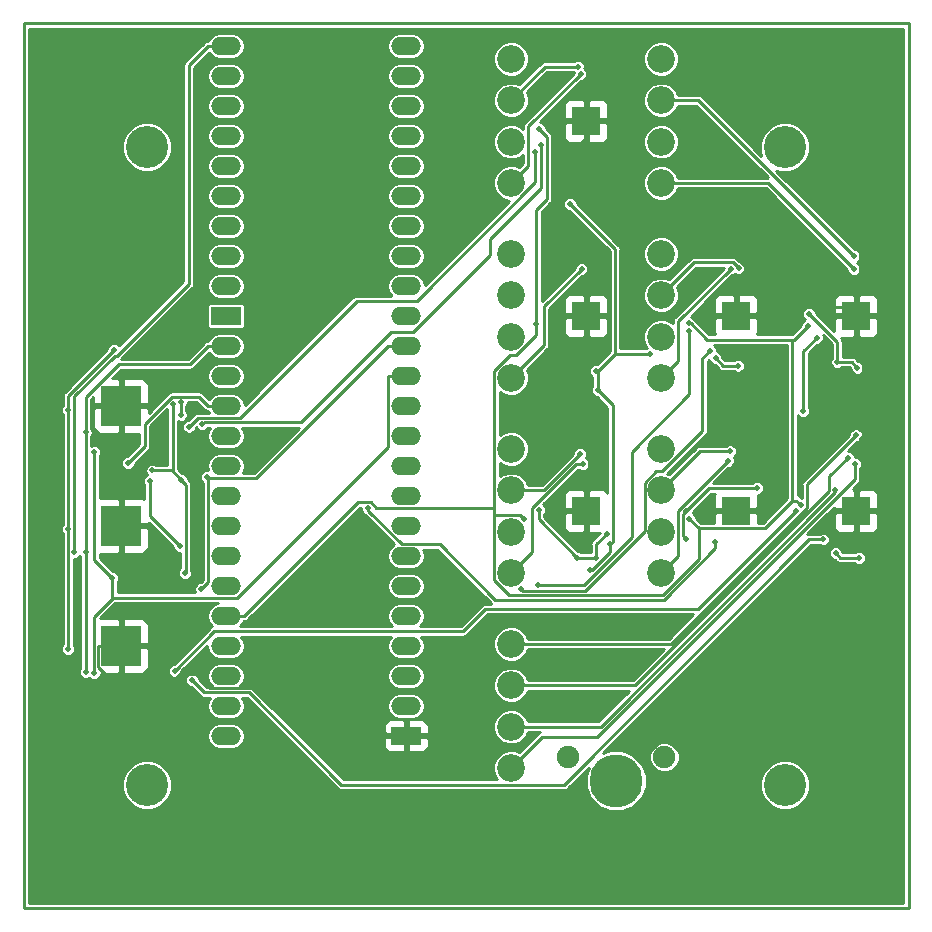
<source format=gbl>
G04 #@! TF.GenerationSoftware,KiCad,Pcbnew,6.0.0-rc1-unknown-60a55d7~66~ubuntu18.04.1*
G04 #@! TF.CreationDate,2018-08-22T13:35:30-04:00*
G04 #@! TF.ProjectId,ethoscope_stepper_controller_3x3,6574686F73636F70655F737465707065,1.0*
G04 #@! TF.SameCoordinates,Original*
G04 #@! TF.FileFunction,Copper,L2,Bot,Signal*
G04 #@! TF.FilePolarity,Positive*
%FSLAX46Y46*%
G04 Gerber Fmt 4.6, Leading zero omitted, Abs format (unit mm)*
G04 Created by KiCad (PCBNEW 6.0.0-rc1-unknown-60a55d7~66~ubuntu18.04.1) date Wed Aug 22 13:35:30 2018*
%MOMM*%
%LPD*%
G01*
G04 APERTURE LIST*
G04 #@! TA.AperFunction,NonConductor*
%ADD10C,0.228600*%
G04 #@! TD*
G04 #@! TA.AperFunction,ComponentPad*
%ADD11C,1.900000*%
G04 #@! TD*
G04 #@! TA.AperFunction,ComponentPad*
%ADD12C,4.500000*%
G04 #@! TD*
G04 #@! TA.AperFunction,ComponentPad*
%ADD13C,2.340000*%
G04 #@! TD*
G04 #@! TA.AperFunction,ComponentPad*
%ADD14O,2.540000X1.524000*%
G04 #@! TD*
G04 #@! TA.AperFunction,ComponentPad*
%ADD15R,2.540000X1.524000*%
G04 #@! TD*
G04 #@! TA.AperFunction,ComponentPad*
%ADD16R,2.450000X2.450000*%
G04 #@! TD*
G04 #@! TA.AperFunction,ComponentPad*
%ADD17C,3.556000*%
G04 #@! TD*
G04 #@! TA.AperFunction,ComponentPad*
%ADD18R,3.400000X3.400000*%
G04 #@! TD*
G04 #@! TA.AperFunction,ViaPad*
%ADD19C,0.508000*%
G04 #@! TD*
G04 #@! TA.AperFunction,Conductor*
%ADD20C,0.254000*%
G04 #@! TD*
G04 APERTURE END LIST*
D10*
X189865000Y-64135000D02*
X189865000Y-139065000D01*
X114935000Y-64135000D02*
X114935000Y-139065000D01*
X114935000Y-64135000D02*
X189865000Y-64135000D01*
X114935000Y-139065000D02*
X189865000Y-139065000D01*
D11*
G04 #@! TO.P,P1,*
G04 #@! TO.N,*
X161000000Y-126270000D03*
X169200000Y-126270000D03*
D12*
X165100000Y-128270000D03*
G04 #@! TD*
D13*
G04 #@! TO.P,T1,4*
G04 #@! TO.N,/tmc429_0/stepper_driver_0/A_+*
X156210000Y-67140000D03*
G04 #@! TO.P,T1,1*
G04 #@! TO.N,/tmc429_0/stepper_driver_0/B_-*
X156210000Y-77640000D03*
G04 #@! TO.P,T1,2*
G04 #@! TO.N,/tmc429_0/stepper_driver_0/B_+*
X156210000Y-74140000D03*
G04 #@! TO.P,T1,3*
G04 #@! TO.N,/tmc429_0/stepper_driver_0/A_-*
X156210000Y-70640000D03*
G04 #@! TD*
G04 #@! TO.P,T2,4*
G04 #@! TO.N,/tmc429_0/stepper_driver_1/A_+*
X168910000Y-67140000D03*
G04 #@! TO.P,T2,1*
G04 #@! TO.N,/tmc429_0/stepper_driver_1/B_-*
X168910000Y-77640000D03*
G04 #@! TO.P,T2,2*
G04 #@! TO.N,/tmc429_0/stepper_driver_1/B_+*
X168910000Y-74140000D03*
G04 #@! TO.P,T2,3*
G04 #@! TO.N,/tmc429_0/stepper_driver_1/A_-*
X168910000Y-70640000D03*
G04 #@! TD*
G04 #@! TO.P,T3,4*
G04 #@! TO.N,/tmc429_0/stepper_driver_2/A_+*
X156210000Y-83650000D03*
G04 #@! TO.P,T3,1*
G04 #@! TO.N,/tmc429_0/stepper_driver_2/B_-*
X156210000Y-94150000D03*
G04 #@! TO.P,T3,2*
G04 #@! TO.N,/tmc429_0/stepper_driver_2/B_+*
X156210000Y-90650000D03*
G04 #@! TO.P,T3,3*
G04 #@! TO.N,/tmc429_0/stepper_driver_2/A_-*
X156210000Y-87150000D03*
G04 #@! TD*
G04 #@! TO.P,T4,4*
G04 #@! TO.N,/tmc429_1/stepper_driver_0/A_+*
X168910000Y-83650000D03*
G04 #@! TO.P,T4,1*
G04 #@! TO.N,/tmc429_1/stepper_driver_0/B_-*
X168910000Y-94150000D03*
G04 #@! TO.P,T4,2*
G04 #@! TO.N,/tmc429_1/stepper_driver_0/B_+*
X168910000Y-90650000D03*
G04 #@! TO.P,T4,3*
G04 #@! TO.N,/tmc429_1/stepper_driver_0/A_-*
X168910000Y-87150000D03*
G04 #@! TD*
G04 #@! TO.P,T5,4*
G04 #@! TO.N,/tmc429_1/stepper_driver_1/A_+*
X156210000Y-100160000D03*
G04 #@! TO.P,T5,1*
G04 #@! TO.N,/tmc429_1/stepper_driver_1/B_-*
X156210000Y-110660000D03*
G04 #@! TO.P,T5,2*
G04 #@! TO.N,/tmc429_1/stepper_driver_1/B_+*
X156210000Y-107160000D03*
G04 #@! TO.P,T5,3*
G04 #@! TO.N,/tmc429_1/stepper_driver_1/A_-*
X156210000Y-103660000D03*
G04 #@! TD*
G04 #@! TO.P,T6,4*
G04 #@! TO.N,/tmc429_1/stepper_driver_2/A_+*
X168910000Y-100160000D03*
G04 #@! TO.P,T6,1*
G04 #@! TO.N,/tmc429_1/stepper_driver_2/B_-*
X168910000Y-110660000D03*
G04 #@! TO.P,T6,2*
G04 #@! TO.N,/tmc429_1/stepper_driver_2/B_+*
X168910000Y-107160000D03*
G04 #@! TO.P,T6,3*
G04 #@! TO.N,/tmc429_1/stepper_driver_2/A_-*
X168910000Y-103660000D03*
G04 #@! TD*
G04 #@! TO.P,T7,4*
G04 #@! TO.N,/tmc429_2/stepper_driver_0/A_+*
X156210000Y-116670000D03*
G04 #@! TO.P,T7,1*
G04 #@! TO.N,/tmc429_2/stepper_driver_0/B_-*
X156210000Y-127170000D03*
G04 #@! TO.P,T7,2*
G04 #@! TO.N,/tmc429_2/stepper_driver_0/B_+*
X156210000Y-123670000D03*
G04 #@! TO.P,T7,3*
G04 #@! TO.N,/tmc429_2/stepper_driver_0/A_-*
X156210000Y-120170000D03*
G04 #@! TD*
D14*
G04 #@! TO.P,TEENSY1,24*
G04 #@! TO.N,N/C*
X147320000Y-86360000D03*
G04 #@! TO.P,TEENSY1,*
G04 #@! TO.N,*
X147320000Y-88900000D03*
D15*
X132080000Y-88900000D03*
D14*
G04 #@! TO.P,TEENSY1,V_IN*
G04 #@! TO.N,N/C*
X132080000Y-124460000D03*
G04 #@! TO.P,TEENSY1,AGND*
X132080000Y-121920000D03*
G04 #@! TO.P,TEENSY1,3V3*
G04 #@! TO.N,+3V3*
X132080000Y-119380000D03*
G04 #@! TO.P,TEENSY1,23*
G04 #@! TO.N,N/C*
X132080000Y-116840000D03*
G04 #@! TO.P,TEENSY1,22*
G04 #@! TO.N,/ENABLE_ALL*
X132080000Y-114300000D03*
G04 #@! TO.P,TEENSY1,21*
G04 #@! TO.N,N/C*
X132080000Y-111760000D03*
G04 #@! TO.P,TEENSY1,20*
X132080000Y-109220000D03*
G04 #@! TO.P,TEENSY1,19*
X132080000Y-106680000D03*
G04 #@! TO.P,TEENSY1,18*
X132080000Y-104140000D03*
G04 #@! TO.P,TEENSY1,17*
X132080000Y-101600000D03*
G04 #@! TO.P,TEENSY1,16*
X132080000Y-99060000D03*
G04 #@! TO.P,TEENSY1,15*
G04 #@! TO.N,/CS_429_0*
X132080000Y-96520000D03*
G04 #@! TO.P,TEENSY1,14*
G04 #@! TO.N,N/C*
X132080000Y-93980000D03*
G04 #@! TO.P,TEENSY1,13*
G04 #@! TO.N,/SCK*
X132080000Y-91440000D03*
G04 #@! TO.P,TEENSY1,12*
G04 #@! TO.N,/MISO*
X147320000Y-91440000D03*
G04 #@! TO.P,TEENSY1,11*
G04 #@! TO.N,/MOSI*
X147320000Y-93980000D03*
G04 #@! TO.P,TEENSY1,10*
G04 #@! TO.N,N/C*
X147320000Y-96520000D03*
G04 #@! TO.P,TEENSY1,9*
X147320000Y-99060000D03*
G04 #@! TO.P,TEENSY1,8*
X147320000Y-101600000D03*
G04 #@! TO.P,TEENSY1,7*
X147320000Y-104140000D03*
G04 #@! TO.P,TEENSY1,6*
X147320000Y-106680000D03*
G04 #@! TO.P,TEENSY1,5*
X147320000Y-109220000D03*
G04 #@! TO.P,TEENSY1,4*
X147320000Y-111760000D03*
G04 #@! TO.P,TEENSY1,3*
X147320000Y-114300000D03*
G04 #@! TO.P,TEENSY1,2*
X147320000Y-116840000D03*
G04 #@! TO.P,TEENSY1,1*
X147320000Y-119380000D03*
G04 #@! TO.P,TEENSY1,0*
X147320000Y-121920000D03*
D15*
G04 #@! TO.P,TEENSY1,GND*
G04 #@! TO.N,GND*
X147320000Y-124460000D03*
D14*
G04 #@! TO.P,TEENSY1,25*
G04 #@! TO.N,N/C*
X147320000Y-83820000D03*
G04 #@! TO.P,TEENSY1,26*
X147320000Y-81280000D03*
G04 #@! TO.P,TEENSY1,27*
X147320000Y-78740000D03*
G04 #@! TO.P,TEENSY1,28*
X147320000Y-76200000D03*
G04 #@! TO.P,TEENSY1,29*
X147320000Y-73660000D03*
G04 #@! TO.P,TEENSY1,30*
X147320000Y-71120000D03*
G04 #@! TO.P,TEENSY1,31*
X147320000Y-68580000D03*
G04 #@! TO.P,TEENSY1,32*
X147320000Y-66040000D03*
G04 #@! TO.P,TEENSY1,33*
G04 #@! TO.N,/CS_429_1*
X132080000Y-66040000D03*
G04 #@! TO.P,TEENSY1,34*
G04 #@! TO.N,N/C*
X132080000Y-68580000D03*
G04 #@! TO.P,TEENSY1,35*
X132080000Y-71120000D03*
G04 #@! TO.P,TEENSY1,36*
G04 #@! TO.N,/CS_429_2*
X132080000Y-73660000D03*
G04 #@! TO.P,TEENSY1,37*
G04 #@! TO.N,N/C*
X132080000Y-76200000D03*
G04 #@! TO.P,TEENSY1,38*
X132080000Y-78740000D03*
G04 #@! TO.P,TEENSY1,39*
X132080000Y-81280000D03*
G04 #@! TO.P,TEENSY1,A21*
X132080000Y-83820000D03*
G04 #@! TO.P,TEENSY1,A22*
X132080000Y-86360000D03*
G04 #@! TD*
D16*
G04 #@! TO.P,U3,PAD*
G04 #@! TO.N,GND*
X162560000Y-72390000D03*
G04 #@! TD*
G04 #@! TO.P,U4,PAD*
G04 #@! TO.N,GND*
X185420000Y-88900000D03*
G04 #@! TD*
G04 #@! TO.P,U8,PAD*
G04 #@! TO.N,GND*
X175260000Y-88900000D03*
G04 #@! TD*
G04 #@! TO.P,U10,PAD*
G04 #@! TO.N,GND*
X175260000Y-105410000D03*
G04 #@! TD*
G04 #@! TO.P,U5,PAD*
G04 #@! TO.N,GND*
X162560000Y-88900000D03*
G04 #@! TD*
G04 #@! TO.P,U9,PAD*
G04 #@! TO.N,GND*
X162560000Y-105410000D03*
G04 #@! TD*
G04 #@! TO.P,U13,PAD*
G04 #@! TO.N,GND*
X185420000Y-105410000D03*
G04 #@! TD*
D17*
G04 #@! TO.P,MH1,1*
G04 #@! TO.N,N/C*
X179388000Y-128588000D03*
G04 #@! TD*
G04 #@! TO.P,MH2,1*
G04 #@! TO.N,N/C*
X125412000Y-128588000D03*
G04 #@! TD*
G04 #@! TO.P,MH3,1*
G04 #@! TO.N,N/C*
X125412000Y-74612500D03*
G04 #@! TD*
G04 #@! TO.P,MH4,1*
G04 #@! TO.N,N/C*
X179388000Y-74612500D03*
G04 #@! TD*
D18*
G04 #@! TO.P,U1,PAD*
G04 #@! TO.N,GND*
X123190000Y-96520000D03*
G04 #@! TD*
G04 #@! TO.P,U6,PAD*
G04 #@! TO.N,GND*
X123190000Y-106680000D03*
G04 #@! TD*
G04 #@! TO.P,U11,PAD*
G04 #@! TO.N,GND*
X123190000Y-116840000D03*
G04 #@! TD*
D19*
G04 #@! TO.N,+3V3*
X125843400Y-101983600D03*
X128616400Y-110665600D03*
X127561700Y-96387700D03*
X128270000Y-102772200D03*
G04 #@! TO.N,GND*
X162801700Y-99195000D03*
X179386500Y-104486300D03*
X125636300Y-122679400D03*
X160281000Y-78664700D03*
X163090000Y-83542500D03*
X162855300Y-66490500D03*
X185964200Y-99331700D03*
X162480800Y-82758100D03*
X185609500Y-82685000D03*
X169545000Y-122555000D03*
X175895000Y-122555000D03*
X143510000Y-113030000D03*
G04 #@! TO.N,VAA*
X161216900Y-79435200D03*
X167998100Y-92089300D03*
X162929700Y-110383100D03*
X164593400Y-108217600D03*
X163534400Y-95194100D03*
X163407600Y-93567800D03*
G04 #@! TO.N,/tmc429_0/stepper_driver_1/VINT*
X181453700Y-88719300D03*
X185538300Y-93292900D03*
X183838800Y-92805100D03*
G04 #@! TO.N,/tmc429_1/stepper_driver_0/VINT*
X173523800Y-92487600D03*
X175457600Y-93105600D03*
G04 #@! TO.N,/tmc429_1/stepper_driver_1/VINT*
X158560200Y-105307800D03*
X164307300Y-107334000D03*
X161807400Y-109370800D03*
X163397200Y-109370800D03*
G04 #@! TO.N,/tmc429_1/stepper_driver_2/VINT*
X177040000Y-103486000D03*
X171041100Y-107810600D03*
X171041100Y-105407800D03*
G04 #@! TO.N,/tmc429_2/stepper_driver_0/VINT*
X183681300Y-108991500D03*
X185680300Y-109382600D03*
G04 #@! TO.N,/CLK*
X118710600Y-117073200D03*
X122604700Y-91790500D03*
X118710600Y-106930000D03*
X118710600Y-96866600D03*
G04 #@! TO.N,/tmc429_0/stepper_driver_0/B_-*
X162095300Y-68413600D03*
G04 #@! TO.N,/tmc429_0/stepper_driver_0/A_-*
X161850800Y-67783300D03*
G04 #@! TO.N,/tmc429_0/stepper_driver_1/A_-*
X185282400Y-83850300D03*
G04 #@! TO.N,/tmc429_0/stepper_driver_1/B_-*
X185250600Y-84922800D03*
G04 #@! TO.N,/tmc429_0/stepper_driver_2/B_-*
X162177800Y-84913800D03*
G04 #@! TO.N,/tmc429_1/stepper_driver_0/B_-*
X174847000Y-84883000D03*
G04 #@! TO.N,/tmc429_1/stepper_driver_0/A_-*
X175469700Y-84820300D03*
G04 #@! TO.N,/tmc429_1/stepper_driver_1/A_-*
X162029300Y-100612000D03*
G04 #@! TO.N,/tmc429_1/stepper_driver_1/B_-*
X162299800Y-101445600D03*
G04 #@! TO.N,/tmc429_1/stepper_driver_2/A_-*
X174723400Y-100364700D03*
G04 #@! TO.N,/tmc429_1/stepper_driver_2/B_-*
X174544700Y-101178500D03*
G04 #@! TO.N,/tmc429_2/stepper_driver_0/A_-*
X184722100Y-100891000D03*
G04 #@! TO.N,/tmc429_2/stepper_driver_0/B_+*
X183649200Y-103639200D03*
G04 #@! TO.N,/tmc429_2/stepper_driver_0/B_-*
X185314200Y-101425900D03*
G04 #@! TO.N,/tmc429_2/stepper_driver_0/A_+*
X185421900Y-99009400D03*
G04 #@! TO.N,/CS_429_1*
X119205900Y-108912900D03*
G04 #@! TO.N,/MOSI*
X120879500Y-119155200D03*
X120930700Y-100410700D03*
X122450800Y-111114000D03*
G04 #@! TO.N,/MISO*
X129990700Y-112013300D03*
X130481200Y-102550000D03*
G04 #@! TO.N,/SCK*
X120190000Y-119075400D03*
X120190000Y-108912900D03*
X120190000Y-98762900D03*
G04 #@! TO.N,/CS_429_0*
X123796500Y-101350600D03*
G04 #@! TO.N,/ENABLE_ALL*
X171290600Y-89534600D03*
X158599900Y-73065300D03*
X180784000Y-104937000D03*
X158340900Y-89621900D03*
X181325800Y-89730400D03*
X157298000Y-106084800D03*
X171299300Y-106053300D03*
G04 #@! TO.N,/tmc429_0/STEP_2*
X128234600Y-96213500D03*
X128234600Y-97270000D03*
G04 #@! TO.N,/tmc429_0/STEP_1*
X180958700Y-96950500D03*
X182083100Y-90736900D03*
G04 #@! TO.N,/tmc429_0/STEP_0*
X130077200Y-98089700D03*
X158762600Y-74440900D03*
G04 #@! TO.N,/tmc429_1/STEP_0*
X158470400Y-111667400D03*
X171303900Y-90190100D03*
G04 #@! TO.N,/tmc429_2/STEP_0*
X127722500Y-118938300D03*
X180347300Y-105378200D03*
G04 #@! TO.N,/tmc429_0/DIR_0*
X128954400Y-98270000D03*
X158253200Y-74990000D03*
G04 #@! TO.N,/tmc429_1/DIR_1*
X125609200Y-102862600D03*
X128186900Y-108410600D03*
G04 #@! TO.N,/tmc429_1/DIR_0*
X157078900Y-112020900D03*
X173056600Y-91857200D03*
G04 #@! TO.N,/tmc429_1/DIR_2*
X144112900Y-105184000D03*
X173498400Y-108010000D03*
G04 #@! TO.N,/tmc429_2/DIR_0*
X129181400Y-119714200D03*
X182663200Y-107825700D03*
G04 #@! TD*
D20*
G04 #@! TO.N,+3V3*
X127561700Y-101983600D02*
X127561700Y-96387700D01*
X127561700Y-101983600D02*
X127561700Y-102063900D01*
X127561700Y-102063900D02*
X128270000Y-102772200D01*
X125843400Y-101983600D02*
X127561700Y-101983600D01*
X128270000Y-102772200D02*
X128672700Y-103174900D01*
X128672700Y-103174900D02*
X128672700Y-110609300D01*
X128672700Y-110609300D02*
X128616400Y-110665600D01*
G04 #@! TO.N,GND*
X162801700Y-99195000D02*
X162801700Y-103689300D01*
X162801700Y-103689300D02*
X162560000Y-103931000D01*
X162560000Y-90379000D02*
X162801700Y-90620700D01*
X162801700Y-90620700D02*
X162801700Y-99195000D01*
X162560000Y-88900000D02*
X162560000Y-87421000D01*
X162875400Y-83542500D02*
X162875400Y-87105600D01*
X162875400Y-87105600D02*
X162560000Y-87421000D01*
X162875400Y-83542500D02*
X163090000Y-83542500D01*
X162480800Y-82758100D02*
X162875400Y-83152700D01*
X162875400Y-83152700D02*
X162875400Y-83542500D01*
X162560000Y-105410000D02*
X162560000Y-103931000D01*
X162560000Y-88900000D02*
X162560000Y-90379000D01*
X177507700Y-88131300D02*
X176739000Y-88900000D01*
X185420000Y-88207900D02*
X185343400Y-88131300D01*
X185343400Y-88131300D02*
X177507700Y-88131300D01*
X177507700Y-88131300D02*
X177507700Y-86158700D01*
X177507700Y-86158700D02*
X170479300Y-79130300D01*
X170479300Y-79130300D02*
X164086500Y-79130300D01*
X164086500Y-79130300D02*
X163620900Y-78664700D01*
X163620900Y-78664700D02*
X160281000Y-78664700D01*
X175260000Y-105410000D02*
X176739000Y-105410000D01*
X179386500Y-104486300D02*
X177662700Y-104486300D01*
X177662700Y-104486300D02*
X176739000Y-105410000D01*
X175260000Y-88900000D02*
X176739000Y-88900000D01*
X185420000Y-88207900D02*
X185420000Y-87421000D01*
X185420000Y-88900000D02*
X185420000Y-88207900D01*
X125636300Y-121722700D02*
X124339200Y-121722700D01*
X124339200Y-121722700D02*
X121236000Y-118619500D01*
X121236000Y-118619500D02*
X121236000Y-116840000D01*
X185420000Y-90379000D02*
X186021200Y-90980200D01*
X186021200Y-90980200D02*
X186021200Y-99274700D01*
X186021200Y-99274700D02*
X185964200Y-99331700D01*
X185420000Y-103931000D02*
X185964200Y-103386800D01*
X185964200Y-103386800D02*
X185964200Y-99331700D01*
X125636300Y-121722700D02*
X128146300Y-119212700D01*
X128146300Y-119212700D02*
X129505100Y-119212700D01*
X129505100Y-119212700D02*
X130712300Y-120419900D01*
X130712300Y-120419900D02*
X141755900Y-120419900D01*
X141755900Y-120419900D02*
X145796000Y-124460000D01*
X125636300Y-121722700D02*
X125636300Y-122679400D01*
X147320000Y-124460000D02*
X145796000Y-124460000D01*
X123190000Y-116840000D02*
X121236000Y-116840000D01*
X160281000Y-78664700D02*
X160281000Y-80558300D01*
X160281000Y-80558300D02*
X162480800Y-82758100D01*
X162560000Y-73869000D02*
X160281000Y-76148000D01*
X160281000Y-76148000D02*
X160281000Y-78664700D01*
X185420000Y-87421000D02*
X185765300Y-87075700D01*
X185765300Y-87075700D02*
X185765300Y-82840800D01*
X185765300Y-82840800D02*
X185609500Y-82685000D01*
X162560000Y-70911000D02*
X162855300Y-70615700D01*
X162855300Y-70615700D02*
X162855300Y-66490500D01*
X162560000Y-72390000D02*
X162560000Y-73869000D01*
X162560000Y-72390000D02*
X162560000Y-70911000D01*
X123190000Y-96520000D02*
X123190000Y-98474000D01*
X123190000Y-106680000D02*
X123190000Y-104726000D01*
X123190000Y-104726000D02*
X123190000Y-98474000D01*
X185420000Y-88900000D02*
X185420000Y-90379000D01*
X185420000Y-105410000D02*
X185420000Y-103931000D01*
X169545000Y-122555000D02*
X175895000Y-122555000D01*
G04 #@! TO.N,VAA*
X165012900Y-92089300D02*
X167998100Y-92089300D01*
X163534400Y-93567800D02*
X165012900Y-92089300D01*
X165012900Y-92089300D02*
X165012900Y-83231200D01*
X165012900Y-83231200D02*
X161216900Y-79435200D01*
X163534400Y-95194100D02*
X164804600Y-96464300D01*
X164804600Y-96464300D02*
X164804600Y-108006400D01*
X164804600Y-108006400D02*
X164593400Y-108217600D01*
X164593400Y-108217600D02*
X164593400Y-108879200D01*
X164593400Y-108879200D02*
X163089500Y-110383100D01*
X163089500Y-110383100D02*
X162929700Y-110383100D01*
X163534400Y-93567800D02*
X163407600Y-93567800D01*
X163534400Y-93567800D02*
X163534400Y-95194100D01*
G04 #@! TO.N,/tmc429_0/stepper_driver_1/VINT*
X183838800Y-92805100D02*
X183838800Y-91104400D01*
X183838800Y-91104400D02*
X181453700Y-88719300D01*
X185538300Y-93292900D02*
X185050500Y-92805100D01*
X185050500Y-92805100D02*
X183838800Y-92805100D01*
G04 #@! TO.N,/tmc429_1/stepper_driver_0/VINT*
X175457600Y-93105600D02*
X174141800Y-93105600D01*
X174141800Y-93105600D02*
X173523800Y-92487600D01*
G04 #@! TO.N,/tmc429_1/stepper_driver_1/VINT*
X161807400Y-109370800D02*
X158560200Y-106123600D01*
X158560200Y-106123600D02*
X158560200Y-105307800D01*
X163397200Y-109370800D02*
X161807400Y-109370800D01*
X163397200Y-109370800D02*
X163397200Y-108244100D01*
X163397200Y-108244100D02*
X164307300Y-107334000D01*
G04 #@! TO.N,/tmc429_1/stepper_driver_2/VINT*
X177040000Y-103486000D02*
X172962900Y-103486000D01*
X172962900Y-103486000D02*
X171041100Y-105407800D01*
X171041100Y-105407800D02*
X170748700Y-105700200D01*
X170748700Y-105700200D02*
X170748700Y-107518200D01*
X170748700Y-107518200D02*
X171041100Y-107810600D01*
G04 #@! TO.N,/tmc429_2/stepper_driver_0/VINT*
X185680300Y-109382600D02*
X184072400Y-109382600D01*
X184072400Y-109382600D02*
X183681300Y-108991500D01*
G04 #@! TO.N,/CLK*
X118710600Y-106930000D02*
X118710600Y-117073200D01*
X118710600Y-96866600D02*
X118710600Y-106930000D01*
X118710600Y-96866600D02*
X118710600Y-95684600D01*
X118710600Y-95684600D02*
X122604700Y-91790500D01*
G04 #@! TO.N,/tmc429_0/stepper_driver_0/B_-*
X162095300Y-68413600D02*
X157686100Y-72822800D01*
X157686100Y-72822800D02*
X157686100Y-76163900D01*
X157686100Y-76163900D02*
X156210000Y-77640000D01*
G04 #@! TO.N,/tmc429_0/stepper_driver_0/A_-*
X161850800Y-67783300D02*
X159066700Y-67783300D01*
X159066700Y-67783300D02*
X156210000Y-70640000D01*
G04 #@! TO.N,/tmc429_0/stepper_driver_1/A_-*
X185282400Y-83850300D02*
X172072100Y-70640000D01*
X172072100Y-70640000D02*
X168910000Y-70640000D01*
G04 #@! TO.N,/tmc429_0/stepper_driver_1/B_-*
X168910000Y-77640000D02*
X177967800Y-77640000D01*
X177967800Y-77640000D02*
X185250600Y-84922800D01*
G04 #@! TO.N,/tmc429_0/stepper_driver_2/B_-*
X156210000Y-94150000D02*
X158991800Y-91368200D01*
X158991800Y-91368200D02*
X158991800Y-88099800D01*
X158991800Y-88099800D02*
X162177800Y-84913800D01*
G04 #@! TO.N,/tmc429_1/stepper_driver_0/B_-*
X174847000Y-84883000D02*
X170375500Y-89354500D01*
X170375500Y-89354500D02*
X170375500Y-92684500D01*
X170375500Y-92684500D02*
X168910000Y-94150000D01*
G04 #@! TO.N,/tmc429_1/stepper_driver_0/A_-*
X175469700Y-84820300D02*
X175015300Y-84365900D01*
X175015300Y-84365900D02*
X171694100Y-84365900D01*
X171694100Y-84365900D02*
X168910000Y-87150000D01*
G04 #@! TO.N,/tmc429_1/stepper_driver_1/A_-*
X162029300Y-100612000D02*
X158981300Y-103660000D01*
X158981300Y-103660000D02*
X156210000Y-103660000D01*
G04 #@! TO.N,/tmc429_1/stepper_driver_1/B_-*
X156210000Y-110660000D02*
X157987900Y-108882100D01*
X157987900Y-108882100D02*
X157987900Y-105164700D01*
X157987900Y-105164700D02*
X161707000Y-101445600D01*
X161707000Y-101445600D02*
X162299800Y-101445600D01*
G04 #@! TO.N,/tmc429_1/stepper_driver_2/A_-*
X174723400Y-100364700D02*
X172205300Y-100364700D01*
X172205300Y-100364700D02*
X168910000Y-103660000D01*
G04 #@! TO.N,/tmc429_1/stepper_driver_2/B_-*
X174544700Y-101178500D02*
X170311000Y-105412200D01*
X170311000Y-105412200D02*
X170311000Y-109259000D01*
X170311000Y-109259000D02*
X168910000Y-110660000D01*
G04 #@! TO.N,/tmc429_2/stepper_driver_0/A_-*
X184722100Y-100891000D02*
X183166300Y-102446800D01*
X183166300Y-102446800D02*
X183166300Y-103749600D01*
X183166300Y-103749600D02*
X166745900Y-120170000D01*
X166745900Y-120170000D02*
X156210000Y-120170000D01*
G04 #@! TO.N,/tmc429_2/stepper_driver_0/B_+*
X183649200Y-103639200D02*
X183649200Y-103810600D01*
X183649200Y-103810600D02*
X163789800Y-123670000D01*
X163789800Y-123670000D02*
X156210000Y-123670000D01*
G04 #@! TO.N,/tmc429_2/stepper_driver_0/B_-*
X156210000Y-127170000D02*
X158851700Y-124528300D01*
X158851700Y-124528300D02*
X163518200Y-124528300D01*
X163518200Y-124528300D02*
X185314200Y-102732300D01*
X185314200Y-102732300D02*
X185314200Y-101425900D01*
G04 #@! TO.N,/tmc429_2/stepper_driver_0/A_+*
X185421900Y-99009400D02*
X181267000Y-103164300D01*
X181267000Y-103164300D02*
X181267000Y-105145600D01*
X181267000Y-105145600D02*
X169742600Y-116670000D01*
X169742600Y-116670000D02*
X156210000Y-116670000D01*
G04 #@! TO.N,/CS_429_1*
X119205900Y-108912900D02*
X119205900Y-95713900D01*
X119205900Y-95713900D02*
X122646400Y-92273400D01*
X122646400Y-92273400D02*
X122804800Y-92273400D01*
X122804800Y-92273400D02*
X128915900Y-86162300D01*
X128915900Y-86162300D02*
X128915900Y-67680100D01*
X128915900Y-67680100D02*
X130556000Y-66040000D01*
X132080000Y-66040000D02*
X130556000Y-66040000D01*
G04 #@! TO.N,/MOSI*
X147320000Y-93980000D02*
X145796000Y-93980000D01*
X122522400Y-112756800D02*
X133022200Y-112756800D01*
X133022200Y-112756800D02*
X145796000Y-99983000D01*
X145796000Y-99983000D02*
X145796000Y-93980000D01*
X122450800Y-111114000D02*
X122450800Y-112685200D01*
X122450800Y-112685200D02*
X122522400Y-112756800D01*
X120879500Y-119155200D02*
X120879500Y-114399700D01*
X120879500Y-114399700D02*
X122522400Y-112756800D01*
X120930700Y-100410700D02*
X120930700Y-109593900D01*
X120930700Y-109593900D02*
X122450800Y-111114000D01*
G04 #@! TO.N,/MISO*
X130565200Y-102634000D02*
X130481200Y-102550000D01*
X145796000Y-91440000D02*
X134602000Y-102634000D01*
X134602000Y-102634000D02*
X130565200Y-102634000D01*
X130565200Y-102634000D02*
X130565200Y-111438800D01*
X130565200Y-111438800D02*
X129990700Y-112013300D01*
X147320000Y-91440000D02*
X145796000Y-91440000D01*
G04 #@! TO.N,/SCK*
X120190000Y-108912900D02*
X120190000Y-119075400D01*
X120190000Y-98762900D02*
X120190000Y-95786700D01*
X120190000Y-95786700D02*
X122991500Y-92985200D01*
X122991500Y-92985200D02*
X129010800Y-92985200D01*
X129010800Y-92985200D02*
X130556000Y-91440000D01*
X120190000Y-98762900D02*
X120190000Y-108912900D01*
X132080000Y-91440000D02*
X130556000Y-91440000D01*
G04 #@! TO.N,/CS_429_0*
X130556000Y-96520000D02*
X129766600Y-95730600D01*
X129766600Y-95730600D02*
X127524600Y-95730600D01*
X127524600Y-95730600D02*
X125198500Y-98056700D01*
X125198500Y-98056700D02*
X125198500Y-99948600D01*
X125198500Y-99948600D02*
X123796500Y-101350600D01*
X132080000Y-96520000D02*
X130556000Y-96520000D01*
G04 #@! TO.N,/ENABLE_ALL*
X180038000Y-90900200D02*
X180156000Y-90900200D01*
X180156000Y-90900200D02*
X181325800Y-89730400D01*
X180038000Y-104526400D02*
X180038000Y-90900200D01*
X180038000Y-90900200D02*
X172801900Y-90900200D01*
X172801900Y-90900200D02*
X171436300Y-89534600D01*
X171436300Y-89534600D02*
X171290600Y-89534600D01*
X158340900Y-89621900D02*
X158340900Y-79921700D01*
X158340900Y-79921700D02*
X159245600Y-79017000D01*
X159245600Y-79017000D02*
X159245600Y-73711000D01*
X159245600Y-73711000D02*
X158599900Y-73065300D01*
X154800800Y-105138300D02*
X154800800Y-93564000D01*
X154800800Y-93564000D02*
X156117300Y-92247500D01*
X156117300Y-92247500D02*
X156630800Y-92247500D01*
X156630800Y-92247500D02*
X158340900Y-90537400D01*
X158340900Y-90537400D02*
X158340900Y-89621900D01*
X154800800Y-105747400D02*
X154800800Y-105138300D01*
X154800800Y-105138300D02*
X144803500Y-105138300D01*
X144803500Y-105138300D02*
X144350700Y-104685500D01*
X144350700Y-104685500D02*
X143218500Y-104685500D01*
X143218500Y-104685500D02*
X133604000Y-114300000D01*
X172110300Y-106864300D02*
X172110300Y-109458700D01*
X172110300Y-109458700D02*
X169042200Y-112526800D01*
X169042200Y-112526800D02*
X156065100Y-112526800D01*
X156065100Y-112526800D02*
X154800800Y-111262500D01*
X154800800Y-111262500D02*
X154800800Y-105747400D01*
X132080000Y-114300000D02*
X133604000Y-114300000D01*
X154800800Y-105747400D02*
X156960600Y-105747400D01*
X156960600Y-105747400D02*
X157298000Y-106084800D01*
X180038000Y-104526400D02*
X180373400Y-104526400D01*
X180373400Y-104526400D02*
X180784000Y-104937000D01*
X172110300Y-106864300D02*
X177700100Y-106864300D01*
X177700100Y-106864300D02*
X180038000Y-104526400D01*
X171299300Y-106053300D02*
X172110300Y-106864300D01*
G04 #@! TO.N,/tmc429_0/STEP_2*
X128234600Y-96213500D02*
X128234600Y-97270000D01*
G04 #@! TO.N,/tmc429_0/STEP_1*
X182083100Y-90736900D02*
X180958700Y-91861300D01*
X180958700Y-91861300D02*
X180958700Y-96950500D01*
G04 #@! TO.N,/tmc429_0/STEP_0*
X158762600Y-74440900D02*
X158762600Y-78088100D01*
X158762600Y-78088100D02*
X154444800Y-82405900D01*
X154444800Y-82405900D02*
X154444800Y-83721100D01*
X154444800Y-83721100D02*
X147916500Y-90249400D01*
X147916500Y-90249400D02*
X146045700Y-90249400D01*
X146045700Y-90249400D02*
X138403800Y-97891300D01*
X138403800Y-97891300D02*
X130275600Y-97891300D01*
X130275600Y-97891300D02*
X130077200Y-98089700D01*
G04 #@! TO.N,/tmc429_1/STEP_0*
X158470400Y-111667400D02*
X162370600Y-111667400D01*
X162370600Y-111667400D02*
X166424700Y-107613300D01*
X166424700Y-107613300D02*
X166424700Y-100400000D01*
X166424700Y-100400000D02*
X171303900Y-95520800D01*
X171303900Y-95520800D02*
X171303900Y-90190100D01*
G04 #@! TO.N,/tmc429_2/STEP_0*
X180347300Y-105378200D02*
X172016700Y-113708800D01*
X172016700Y-113708800D02*
X154040300Y-113708800D01*
X154040300Y-113708800D02*
X152149800Y-115599300D01*
X152149800Y-115599300D02*
X131061500Y-115599300D01*
X131061500Y-115599300D02*
X127722500Y-118938300D01*
G04 #@! TO.N,/tmc429_0/DIR_0*
X128954400Y-98270000D02*
X129689100Y-97535300D01*
X129689100Y-97535300D02*
X133228900Y-97535300D01*
X133228900Y-97535300D02*
X143136700Y-87627500D01*
X143136700Y-87627500D02*
X148225700Y-87627500D01*
X148225700Y-87627500D02*
X158253200Y-77600000D01*
X158253200Y-77600000D02*
X158253200Y-74990000D01*
G04 #@! TO.N,/tmc429_1/DIR_1*
X128186900Y-108410600D02*
X125609200Y-105832900D01*
X125609200Y-105832900D02*
X125609200Y-102862600D01*
G04 #@! TO.N,/tmc429_1/DIR_0*
X173056600Y-91857200D02*
X172414300Y-92499500D01*
X172414300Y-92499500D02*
X172414300Y-98652200D01*
X172414300Y-98652200D02*
X169030600Y-102035900D01*
X169030600Y-102035900D02*
X168517500Y-102035900D01*
X168517500Y-102035900D02*
X167511000Y-103042400D01*
X167511000Y-103042400D02*
X167511000Y-107098400D01*
X167511000Y-107098400D02*
X162459000Y-112150400D01*
X162459000Y-112150400D02*
X157208400Y-112150400D01*
X157208400Y-112150400D02*
X157078900Y-112020900D01*
G04 #@! TO.N,/tmc429_1/DIR_2*
X144112900Y-105184000D02*
X144112900Y-105402200D01*
X144112900Y-105402200D02*
X146939700Y-108229000D01*
X146939700Y-108229000D02*
X150153700Y-108229000D01*
X150153700Y-108229000D02*
X154836200Y-112911500D01*
X154836200Y-112911500D02*
X169160800Y-112911500D01*
X169160800Y-112911500D02*
X173498400Y-108573900D01*
X173498400Y-108573900D02*
X173498400Y-108010000D01*
G04 #@! TO.N,/tmc429_2/DIR_0*
X182663200Y-107825700D02*
X181446100Y-107825700D01*
X181446100Y-107825700D02*
X160687600Y-128584200D01*
X160687600Y-128584200D02*
X141848900Y-128584200D01*
X141848900Y-128584200D02*
X134040600Y-120775900D01*
X134040600Y-120775900D02*
X130243100Y-120775900D01*
X130243100Y-120775900D02*
X129181400Y-119714200D01*
G04 #@! TD*
G04 #@! TO.N,GND*
G36*
X189420501Y-138620500D02*
X115379500Y-138620500D01*
X115379500Y-128168653D01*
X123303800Y-128168653D01*
X123303800Y-129007347D01*
X123624754Y-129782199D01*
X124217801Y-130375246D01*
X124992653Y-130696200D01*
X125831347Y-130696200D01*
X126606199Y-130375246D01*
X127199246Y-129782199D01*
X127520200Y-129007347D01*
X127520200Y-128168653D01*
X127199246Y-127393801D01*
X126606199Y-126800754D01*
X125831347Y-126479800D01*
X124992653Y-126479800D01*
X124217801Y-126800754D01*
X123624754Y-127393801D01*
X123303800Y-128168653D01*
X115379500Y-128168653D01*
X115379500Y-124460000D01*
X130458403Y-124460000D01*
X130543171Y-124886155D01*
X130784568Y-125247432D01*
X131145845Y-125488829D01*
X131464431Y-125552200D01*
X132695569Y-125552200D01*
X133014155Y-125488829D01*
X133375432Y-125247432D01*
X133616829Y-124886155D01*
X133701597Y-124460000D01*
X133616829Y-124033845D01*
X133375432Y-123672568D01*
X133014155Y-123431171D01*
X132695569Y-123367800D01*
X131464431Y-123367800D01*
X131145845Y-123431171D01*
X130784568Y-123672568D01*
X130543171Y-124033845D01*
X130458403Y-124460000D01*
X115379500Y-124460000D01*
X115379500Y-96750395D01*
X118126400Y-96750395D01*
X118126400Y-96982805D01*
X118215339Y-97197523D01*
X118253400Y-97235584D01*
X118253401Y-106561015D01*
X118215339Y-106599077D01*
X118126400Y-106813795D01*
X118126400Y-107046205D01*
X118215339Y-107260923D01*
X118253400Y-107298984D01*
X118253401Y-116704215D01*
X118215339Y-116742277D01*
X118126400Y-116956995D01*
X118126400Y-117189405D01*
X118215339Y-117404123D01*
X118379677Y-117568461D01*
X118594395Y-117657400D01*
X118826805Y-117657400D01*
X119041523Y-117568461D01*
X119205861Y-117404123D01*
X119294800Y-117189405D01*
X119294800Y-116956995D01*
X119205861Y-116742277D01*
X119167800Y-116704216D01*
X119167800Y-109497100D01*
X119322105Y-109497100D01*
X119536823Y-109408161D01*
X119697950Y-109247034D01*
X119732800Y-109281884D01*
X119732801Y-118706415D01*
X119694739Y-118744477D01*
X119605800Y-118959195D01*
X119605800Y-119191605D01*
X119694739Y-119406323D01*
X119859077Y-119570661D01*
X120073795Y-119659600D01*
X120306205Y-119659600D01*
X120484050Y-119585934D01*
X120548577Y-119650461D01*
X120763295Y-119739400D01*
X120995705Y-119739400D01*
X121210423Y-119650461D01*
X121374761Y-119486123D01*
X121463700Y-119271405D01*
X121463700Y-119175000D01*
X122904250Y-119175000D01*
X123063000Y-119016250D01*
X123063000Y-116967000D01*
X123317000Y-116967000D01*
X123317000Y-119016250D01*
X123475750Y-119175000D01*
X125016309Y-119175000D01*
X125249698Y-119078327D01*
X125428327Y-118899699D01*
X125525000Y-118666310D01*
X125525000Y-117125750D01*
X125366250Y-116967000D01*
X123317000Y-116967000D01*
X123063000Y-116967000D01*
X123043000Y-116967000D01*
X123043000Y-116713000D01*
X123063000Y-116713000D01*
X123063000Y-114663750D01*
X123317000Y-114663750D01*
X123317000Y-116713000D01*
X125366250Y-116713000D01*
X125525000Y-116554250D01*
X125525000Y-115013690D01*
X125428327Y-114780301D01*
X125249698Y-114601673D01*
X125016309Y-114505000D01*
X123475750Y-114505000D01*
X123317000Y-114663750D01*
X123063000Y-114663750D01*
X122904250Y-114505000D01*
X121420778Y-114505000D01*
X122711778Y-113214000D01*
X131433262Y-113214000D01*
X131145845Y-113271171D01*
X130784568Y-113512568D01*
X130543171Y-113873845D01*
X130458403Y-114300000D01*
X130543171Y-114726155D01*
X130784568Y-115087432D01*
X130900814Y-115165105D01*
X130883109Y-115168627D01*
X130731877Y-115269677D01*
X130706370Y-115307851D01*
X127660122Y-118354100D01*
X127606295Y-118354100D01*
X127391577Y-118443039D01*
X127227239Y-118607377D01*
X127138300Y-118822095D01*
X127138300Y-119054505D01*
X127227239Y-119269223D01*
X127391577Y-119433561D01*
X127606295Y-119522500D01*
X127838705Y-119522500D01*
X128053423Y-119433561D01*
X128217761Y-119269223D01*
X128306700Y-119054505D01*
X128306700Y-119000678D01*
X130459892Y-116847487D01*
X130543171Y-117266155D01*
X130784568Y-117627432D01*
X131145845Y-117868829D01*
X131464431Y-117932200D01*
X132695569Y-117932200D01*
X133014155Y-117868829D01*
X133375432Y-117627432D01*
X133616829Y-117266155D01*
X133701597Y-116840000D01*
X133616829Y-116413845D01*
X133378059Y-116056500D01*
X146021941Y-116056500D01*
X145783171Y-116413845D01*
X145698403Y-116840000D01*
X145783171Y-117266155D01*
X146024568Y-117627432D01*
X146385845Y-117868829D01*
X146704431Y-117932200D01*
X147935569Y-117932200D01*
X148254155Y-117868829D01*
X148615432Y-117627432D01*
X148856829Y-117266155D01*
X148941597Y-116840000D01*
X148856829Y-116413845D01*
X148618059Y-116056500D01*
X152104770Y-116056500D01*
X152149800Y-116065457D01*
X152194830Y-116056500D01*
X152328191Y-116029973D01*
X152479423Y-115928923D01*
X152504932Y-115890746D01*
X154229679Y-114166000D01*
X171600022Y-114166000D01*
X169553222Y-116212800D01*
X157644426Y-116212800D01*
X157481808Y-115820205D01*
X157059795Y-115398192D01*
X156508408Y-115169800D01*
X155911592Y-115169800D01*
X155360205Y-115398192D01*
X154938192Y-115820205D01*
X154709800Y-116371592D01*
X154709800Y-116968408D01*
X154938192Y-117519795D01*
X155360205Y-117941808D01*
X155911592Y-118170200D01*
X156508408Y-118170200D01*
X157059795Y-117941808D01*
X157481808Y-117519795D01*
X157644426Y-117127200D01*
X169142122Y-117127200D01*
X166556522Y-119712800D01*
X157644426Y-119712800D01*
X157481808Y-119320205D01*
X157059795Y-118898192D01*
X156508408Y-118669800D01*
X155911592Y-118669800D01*
X155360205Y-118898192D01*
X154938192Y-119320205D01*
X154709800Y-119871592D01*
X154709800Y-120468408D01*
X154938192Y-121019795D01*
X155360205Y-121441808D01*
X155911592Y-121670200D01*
X156508408Y-121670200D01*
X157059795Y-121441808D01*
X157481808Y-121019795D01*
X157644426Y-120627200D01*
X166186022Y-120627200D01*
X163600422Y-123212800D01*
X157644426Y-123212800D01*
X157481808Y-122820205D01*
X157059795Y-122398192D01*
X156508408Y-122169800D01*
X155911592Y-122169800D01*
X155360205Y-122398192D01*
X154938192Y-122820205D01*
X154709800Y-123371592D01*
X154709800Y-123968408D01*
X154938192Y-124519795D01*
X155360205Y-124941808D01*
X155911592Y-125170200D01*
X156508408Y-125170200D01*
X157059795Y-124941808D01*
X157481808Y-124519795D01*
X157644426Y-124127200D01*
X158629050Y-124127200D01*
X158522077Y-124198677D01*
X158496570Y-124236851D01*
X156901003Y-125832418D01*
X156508408Y-125669800D01*
X155911592Y-125669800D01*
X155360205Y-125898192D01*
X154938192Y-126320205D01*
X154709800Y-126871592D01*
X154709800Y-127468408D01*
X154938192Y-128019795D01*
X155045397Y-128127000D01*
X142038279Y-128127000D01*
X138657029Y-124745750D01*
X145415000Y-124745750D01*
X145415000Y-125348310D01*
X145511673Y-125581699D01*
X145690302Y-125760327D01*
X145923691Y-125857000D01*
X147034250Y-125857000D01*
X147193000Y-125698250D01*
X147193000Y-124587000D01*
X147447000Y-124587000D01*
X147447000Y-125698250D01*
X147605750Y-125857000D01*
X148716309Y-125857000D01*
X148949698Y-125760327D01*
X149128327Y-125581699D01*
X149225000Y-125348310D01*
X149225000Y-124745750D01*
X149066250Y-124587000D01*
X147447000Y-124587000D01*
X147193000Y-124587000D01*
X145573750Y-124587000D01*
X145415000Y-124745750D01*
X138657029Y-124745750D01*
X137482969Y-123571690D01*
X145415000Y-123571690D01*
X145415000Y-124174250D01*
X145573750Y-124333000D01*
X147193000Y-124333000D01*
X147193000Y-123221750D01*
X147447000Y-123221750D01*
X147447000Y-124333000D01*
X149066250Y-124333000D01*
X149225000Y-124174250D01*
X149225000Y-123571690D01*
X149128327Y-123338301D01*
X148949698Y-123159673D01*
X148716309Y-123063000D01*
X147605750Y-123063000D01*
X147447000Y-123221750D01*
X147193000Y-123221750D01*
X147034250Y-123063000D01*
X145923691Y-123063000D01*
X145690302Y-123159673D01*
X145511673Y-123338301D01*
X145415000Y-123571690D01*
X137482969Y-123571690D01*
X135831279Y-121920000D01*
X145698403Y-121920000D01*
X145783171Y-122346155D01*
X146024568Y-122707432D01*
X146385845Y-122948829D01*
X146704431Y-123012200D01*
X147935569Y-123012200D01*
X148254155Y-122948829D01*
X148615432Y-122707432D01*
X148856829Y-122346155D01*
X148941597Y-121920000D01*
X148856829Y-121493845D01*
X148615432Y-121132568D01*
X148254155Y-120891171D01*
X147935569Y-120827800D01*
X146704431Y-120827800D01*
X146385845Y-120891171D01*
X146024568Y-121132568D01*
X145783171Y-121493845D01*
X145698403Y-121920000D01*
X135831279Y-121920000D01*
X134395732Y-120484454D01*
X134370223Y-120446277D01*
X134218991Y-120345227D01*
X134085630Y-120318700D01*
X134040600Y-120309743D01*
X133995570Y-120318700D01*
X133149043Y-120318700D01*
X133375432Y-120167432D01*
X133616829Y-119806155D01*
X133701597Y-119380000D01*
X145698403Y-119380000D01*
X145783171Y-119806155D01*
X146024568Y-120167432D01*
X146385845Y-120408829D01*
X146704431Y-120472200D01*
X147935569Y-120472200D01*
X148254155Y-120408829D01*
X148615432Y-120167432D01*
X148856829Y-119806155D01*
X148941597Y-119380000D01*
X148856829Y-118953845D01*
X148615432Y-118592568D01*
X148254155Y-118351171D01*
X147935569Y-118287800D01*
X146704431Y-118287800D01*
X146385845Y-118351171D01*
X146024568Y-118592568D01*
X145783171Y-118953845D01*
X145698403Y-119380000D01*
X133701597Y-119380000D01*
X133616829Y-118953845D01*
X133375432Y-118592568D01*
X133014155Y-118351171D01*
X132695569Y-118287800D01*
X131464431Y-118287800D01*
X131145845Y-118351171D01*
X130784568Y-118592568D01*
X130543171Y-118953845D01*
X130458403Y-119380000D01*
X130543171Y-119806155D01*
X130784568Y-120167432D01*
X131010957Y-120318700D01*
X130432478Y-120318700D01*
X129765600Y-119651822D01*
X129765600Y-119597995D01*
X129676661Y-119383277D01*
X129512323Y-119218939D01*
X129297605Y-119130000D01*
X129065195Y-119130000D01*
X128850477Y-119218939D01*
X128686139Y-119383277D01*
X128597200Y-119597995D01*
X128597200Y-119830405D01*
X128686139Y-120045123D01*
X128850477Y-120209461D01*
X129065195Y-120298400D01*
X129119022Y-120298400D01*
X129887968Y-121067346D01*
X129913477Y-121105523D01*
X130064709Y-121206573D01*
X130198070Y-121233100D01*
X130243100Y-121242057D01*
X130288130Y-121233100D01*
X130717395Y-121233100D01*
X130543171Y-121493845D01*
X130458403Y-121920000D01*
X130543171Y-122346155D01*
X130784568Y-122707432D01*
X131145845Y-122948829D01*
X131464431Y-123012200D01*
X132695569Y-123012200D01*
X133014155Y-122948829D01*
X133375432Y-122707432D01*
X133616829Y-122346155D01*
X133701597Y-121920000D01*
X133616829Y-121493845D01*
X133442605Y-121233100D01*
X133851222Y-121233100D01*
X141493770Y-128875649D01*
X141519277Y-128913823D01*
X141557451Y-128939330D01*
X141670509Y-129014873D01*
X141848900Y-129050357D01*
X141893930Y-129041400D01*
X160642570Y-129041400D01*
X160687600Y-129050357D01*
X160732630Y-129041400D01*
X160865991Y-129014873D01*
X161017223Y-128913823D01*
X161042732Y-128875646D01*
X162773077Y-127145301D01*
X162519800Y-127756766D01*
X162519800Y-128783234D01*
X162912612Y-129731566D01*
X163638434Y-130457388D01*
X164586766Y-130850200D01*
X165613234Y-130850200D01*
X166561566Y-130457388D01*
X167287388Y-129731566D01*
X167680200Y-128783234D01*
X167680200Y-128168653D01*
X177279800Y-128168653D01*
X177279800Y-129007347D01*
X177600754Y-129782199D01*
X178193801Y-130375246D01*
X178968653Y-130696200D01*
X179807347Y-130696200D01*
X180582199Y-130375246D01*
X181175246Y-129782199D01*
X181496200Y-129007347D01*
X181496200Y-128168653D01*
X181175246Y-127393801D01*
X180582199Y-126800754D01*
X179807347Y-126479800D01*
X178968653Y-126479800D01*
X178193801Y-126800754D01*
X177600754Y-127393801D01*
X177279800Y-128168653D01*
X167680200Y-128168653D01*
X167680200Y-127756766D01*
X167287388Y-126808434D01*
X166561566Y-126082612D01*
X166399187Y-126015352D01*
X167919800Y-126015352D01*
X167919800Y-126524648D01*
X168114699Y-126995175D01*
X168474825Y-127355301D01*
X168945352Y-127550200D01*
X169454648Y-127550200D01*
X169925175Y-127355301D01*
X170285301Y-126995175D01*
X170480200Y-126524648D01*
X170480200Y-126015352D01*
X170285301Y-125544825D01*
X169925175Y-125184699D01*
X169454648Y-124989800D01*
X168945352Y-124989800D01*
X168474825Y-125184699D01*
X168114699Y-125544825D01*
X167919800Y-126015352D01*
X166399187Y-126015352D01*
X165613234Y-125689800D01*
X164586766Y-125689800D01*
X163975301Y-125943077D01*
X181043083Y-108875295D01*
X183097100Y-108875295D01*
X183097100Y-109107705D01*
X183186039Y-109322423D01*
X183350377Y-109486761D01*
X183565095Y-109575700D01*
X183618921Y-109575700D01*
X183717270Y-109674048D01*
X183742777Y-109712223D01*
X183780951Y-109737730D01*
X183894009Y-109813273D01*
X184072400Y-109848757D01*
X184117430Y-109839800D01*
X185311316Y-109839800D01*
X185349377Y-109877861D01*
X185564095Y-109966800D01*
X185796505Y-109966800D01*
X186011223Y-109877861D01*
X186175561Y-109713523D01*
X186264500Y-109498805D01*
X186264500Y-109266395D01*
X186175561Y-109051677D01*
X186011223Y-108887339D01*
X185796505Y-108798400D01*
X185564095Y-108798400D01*
X185349377Y-108887339D01*
X185311316Y-108925400D01*
X184265500Y-108925400D01*
X184265500Y-108875295D01*
X184176561Y-108660577D01*
X184012223Y-108496239D01*
X183797505Y-108407300D01*
X183565095Y-108407300D01*
X183350377Y-108496239D01*
X183186039Y-108660577D01*
X183097100Y-108875295D01*
X181043083Y-108875295D01*
X181635479Y-108282900D01*
X182294216Y-108282900D01*
X182332277Y-108320961D01*
X182546995Y-108409900D01*
X182779405Y-108409900D01*
X182994123Y-108320961D01*
X183158461Y-108156623D01*
X183247400Y-107941905D01*
X183247400Y-107709495D01*
X183158461Y-107494777D01*
X182994123Y-107330439D01*
X182779405Y-107241500D01*
X182546995Y-107241500D01*
X182332277Y-107330439D01*
X182294216Y-107368500D01*
X181491129Y-107368500D01*
X181446099Y-107359543D01*
X181305586Y-107387493D01*
X182997328Y-105695750D01*
X183560000Y-105695750D01*
X183560000Y-106761309D01*
X183656673Y-106994698D01*
X183835301Y-107173327D01*
X184068690Y-107270000D01*
X185134250Y-107270000D01*
X185293000Y-107111250D01*
X185293000Y-105537000D01*
X185547000Y-105537000D01*
X185547000Y-107111250D01*
X185705750Y-107270000D01*
X186771310Y-107270000D01*
X187004699Y-107173327D01*
X187183327Y-106994698D01*
X187280000Y-106761309D01*
X187280000Y-105695750D01*
X187121250Y-105537000D01*
X185547000Y-105537000D01*
X185293000Y-105537000D01*
X183718750Y-105537000D01*
X183560000Y-105695750D01*
X182997328Y-105695750D01*
X183564414Y-105128664D01*
X183718750Y-105283000D01*
X185293000Y-105283000D01*
X185293000Y-103708750D01*
X185547000Y-103708750D01*
X185547000Y-105283000D01*
X187121250Y-105283000D01*
X187280000Y-105124250D01*
X187280000Y-104058691D01*
X187183327Y-103825302D01*
X187004699Y-103646673D01*
X186771310Y-103550000D01*
X185705750Y-103550000D01*
X185547000Y-103708750D01*
X185293000Y-103708750D01*
X185138664Y-103554414D01*
X185605649Y-103087430D01*
X185643823Y-103061923D01*
X185744873Y-102910691D01*
X185771400Y-102777330D01*
X185771400Y-102777329D01*
X185780357Y-102732300D01*
X185771400Y-102687270D01*
X185771400Y-101794884D01*
X185809461Y-101756823D01*
X185898400Y-101542105D01*
X185898400Y-101309695D01*
X185809461Y-101094977D01*
X185645123Y-100930639D01*
X185430405Y-100841700D01*
X185306300Y-100841700D01*
X185306300Y-100774795D01*
X185217361Y-100560077D01*
X185053023Y-100395739D01*
X184838305Y-100306800D01*
X184771079Y-100306800D01*
X185484279Y-99593600D01*
X185538105Y-99593600D01*
X185752823Y-99504661D01*
X185917161Y-99340323D01*
X186006100Y-99125605D01*
X186006100Y-98893195D01*
X185917161Y-98678477D01*
X185752823Y-98514139D01*
X185538105Y-98425200D01*
X185305695Y-98425200D01*
X185090977Y-98514139D01*
X184926639Y-98678477D01*
X184837700Y-98893195D01*
X184837700Y-98947021D01*
X180975554Y-102809168D01*
X180937377Y-102834677D01*
X180859928Y-102950589D01*
X180836327Y-102985910D01*
X180800843Y-103164300D01*
X180809800Y-103209330D01*
X180809801Y-104316222D01*
X180728532Y-104234954D01*
X180703023Y-104196777D01*
X180551791Y-104095727D01*
X180495200Y-104084470D01*
X180495200Y-97313184D01*
X180627777Y-97445761D01*
X180842495Y-97534700D01*
X181074905Y-97534700D01*
X181289623Y-97445761D01*
X181453961Y-97281423D01*
X181542900Y-97066705D01*
X181542900Y-96834295D01*
X181453961Y-96619577D01*
X181415900Y-96581516D01*
X181415900Y-92050678D01*
X182145479Y-91321100D01*
X182199305Y-91321100D01*
X182414023Y-91232161D01*
X182578361Y-91067823D01*
X182667300Y-90853105D01*
X182667300Y-90620695D01*
X182638156Y-90550334D01*
X183381601Y-91293780D01*
X183381600Y-92436116D01*
X183343539Y-92474177D01*
X183254600Y-92688895D01*
X183254600Y-92921305D01*
X183343539Y-93136023D01*
X183507877Y-93300361D01*
X183722595Y-93389300D01*
X183955005Y-93389300D01*
X184169723Y-93300361D01*
X184207784Y-93262300D01*
X184861122Y-93262300D01*
X184954100Y-93355278D01*
X184954100Y-93409105D01*
X185043039Y-93623823D01*
X185207377Y-93788161D01*
X185422095Y-93877100D01*
X185654505Y-93877100D01*
X185869223Y-93788161D01*
X186033561Y-93623823D01*
X186122500Y-93409105D01*
X186122500Y-93176695D01*
X186033561Y-92961977D01*
X185869223Y-92797639D01*
X185654505Y-92708700D01*
X185600678Y-92708700D01*
X185405632Y-92513654D01*
X185380123Y-92475477D01*
X185228891Y-92374427D01*
X185095530Y-92347900D01*
X185050500Y-92338943D01*
X185005470Y-92347900D01*
X184296000Y-92347900D01*
X184296000Y-91149430D01*
X184304957Y-91104400D01*
X184269473Y-90926009D01*
X184193930Y-90812951D01*
X184168423Y-90774777D01*
X184146308Y-90760000D01*
X185134250Y-90760000D01*
X185293000Y-90601250D01*
X185293000Y-89027000D01*
X185547000Y-89027000D01*
X185547000Y-90601250D01*
X185705750Y-90760000D01*
X186771310Y-90760000D01*
X187004699Y-90663327D01*
X187183327Y-90484698D01*
X187280000Y-90251309D01*
X187280000Y-89185750D01*
X187121250Y-89027000D01*
X185547000Y-89027000D01*
X185293000Y-89027000D01*
X183718750Y-89027000D01*
X183560000Y-89185750D01*
X183560000Y-90179021D01*
X182037900Y-88656922D01*
X182037900Y-88603095D01*
X181948961Y-88388377D01*
X181784623Y-88224039D01*
X181569905Y-88135100D01*
X181337495Y-88135100D01*
X181122777Y-88224039D01*
X180958439Y-88388377D01*
X180869500Y-88603095D01*
X180869500Y-88835505D01*
X180958439Y-89050223D01*
X181099867Y-89191651D01*
X180994877Y-89235139D01*
X180830539Y-89399477D01*
X180741600Y-89614195D01*
X180741600Y-89668021D01*
X179966622Y-90443000D01*
X177040599Y-90443000D01*
X177120000Y-90251309D01*
X177120000Y-89185750D01*
X176961250Y-89027000D01*
X175387000Y-89027000D01*
X175387000Y-89047000D01*
X175133000Y-89047000D01*
X175133000Y-89027000D01*
X173558750Y-89027000D01*
X173400000Y-89185750D01*
X173400000Y-90251309D01*
X173479401Y-90443000D01*
X172991279Y-90443000D01*
X171809836Y-89261558D01*
X171785861Y-89203677D01*
X171621523Y-89039339D01*
X171420504Y-88956074D01*
X172827887Y-87548691D01*
X173400000Y-87548691D01*
X173400000Y-88614250D01*
X173558750Y-88773000D01*
X175133000Y-88773000D01*
X175133000Y-87198750D01*
X175387000Y-87198750D01*
X175387000Y-88773000D01*
X176961250Y-88773000D01*
X177120000Y-88614250D01*
X177120000Y-87548691D01*
X183560000Y-87548691D01*
X183560000Y-88614250D01*
X183718750Y-88773000D01*
X185293000Y-88773000D01*
X185293000Y-87198750D01*
X185547000Y-87198750D01*
X185547000Y-88773000D01*
X187121250Y-88773000D01*
X187280000Y-88614250D01*
X187280000Y-87548691D01*
X187183327Y-87315302D01*
X187004699Y-87136673D01*
X186771310Y-87040000D01*
X185705750Y-87040000D01*
X185547000Y-87198750D01*
X185293000Y-87198750D01*
X185134250Y-87040000D01*
X184068690Y-87040000D01*
X183835301Y-87136673D01*
X183656673Y-87315302D01*
X183560000Y-87548691D01*
X177120000Y-87548691D01*
X177023327Y-87315302D01*
X176844699Y-87136673D01*
X176611310Y-87040000D01*
X175545750Y-87040000D01*
X175387000Y-87198750D01*
X175133000Y-87198750D01*
X174974250Y-87040000D01*
X173908690Y-87040000D01*
X173675301Y-87136673D01*
X173496673Y-87315302D01*
X173400000Y-87548691D01*
X172827887Y-87548691D01*
X174909379Y-85467200D01*
X174963205Y-85467200D01*
X175177923Y-85378261D01*
X175210793Y-85345391D01*
X175353495Y-85404500D01*
X175585905Y-85404500D01*
X175800623Y-85315561D01*
X175964961Y-85151223D01*
X176053900Y-84936505D01*
X176053900Y-84704095D01*
X175964961Y-84489377D01*
X175800623Y-84325039D01*
X175585905Y-84236100D01*
X175532078Y-84236100D01*
X175370432Y-84074454D01*
X175344923Y-84036277D01*
X175193691Y-83935227D01*
X175060330Y-83908700D01*
X175015300Y-83899743D01*
X174970270Y-83908700D01*
X171739130Y-83908700D01*
X171694100Y-83899743D01*
X171649070Y-83908700D01*
X171515709Y-83935227D01*
X171364477Y-84036277D01*
X171338970Y-84074451D01*
X169601003Y-85812418D01*
X169208408Y-85649800D01*
X168611592Y-85649800D01*
X168060205Y-85878192D01*
X167638192Y-86300205D01*
X167409800Y-86851592D01*
X167409800Y-87448408D01*
X167638192Y-87999795D01*
X168060205Y-88421808D01*
X168611592Y-88650200D01*
X169208408Y-88650200D01*
X169759795Y-88421808D01*
X170181808Y-87999795D01*
X170410200Y-87448408D01*
X170410200Y-86851592D01*
X170247582Y-86458997D01*
X171883479Y-84823100D01*
X174260321Y-84823100D01*
X170084054Y-88999368D01*
X170045877Y-89024877D01*
X169993058Y-89103927D01*
X169944827Y-89176110D01*
X169909343Y-89354500D01*
X169918300Y-89399530D01*
X169918300Y-89536697D01*
X169759795Y-89378192D01*
X169208408Y-89149800D01*
X168611592Y-89149800D01*
X168060205Y-89378192D01*
X167638192Y-89800205D01*
X167409800Y-90351592D01*
X167409800Y-90948408D01*
X167638192Y-91499795D01*
X167713322Y-91574925D01*
X167667177Y-91594039D01*
X167629116Y-91632100D01*
X165470100Y-91632100D01*
X165470100Y-83351592D01*
X167409800Y-83351592D01*
X167409800Y-83948408D01*
X167638192Y-84499795D01*
X168060205Y-84921808D01*
X168611592Y-85150200D01*
X169208408Y-85150200D01*
X169759795Y-84921808D01*
X170181808Y-84499795D01*
X170410200Y-83948408D01*
X170410200Y-83351592D01*
X170181808Y-82800205D01*
X169759795Y-82378192D01*
X169208408Y-82149800D01*
X168611592Y-82149800D01*
X168060205Y-82378192D01*
X167638192Y-82800205D01*
X167409800Y-83351592D01*
X165470100Y-83351592D01*
X165470100Y-83276230D01*
X165479057Y-83231200D01*
X165443573Y-83052809D01*
X165430048Y-83032568D01*
X165342523Y-82901577D01*
X165304346Y-82876068D01*
X161801100Y-79372822D01*
X161801100Y-79318995D01*
X161712161Y-79104277D01*
X161547823Y-78939939D01*
X161333105Y-78851000D01*
X161100695Y-78851000D01*
X160885977Y-78939939D01*
X160721639Y-79104277D01*
X160632700Y-79318995D01*
X160632700Y-79551405D01*
X160721639Y-79766123D01*
X160885977Y-79930461D01*
X161100695Y-80019400D01*
X161154522Y-80019400D01*
X164555701Y-83420579D01*
X164555700Y-91899921D01*
X163472022Y-92983600D01*
X163291395Y-92983600D01*
X163076677Y-93072539D01*
X162912339Y-93236877D01*
X162823400Y-93451595D01*
X162823400Y-93684005D01*
X162912339Y-93898723D01*
X163076677Y-94063061D01*
X163077200Y-94063278D01*
X163077201Y-94825115D01*
X163039139Y-94863177D01*
X162950200Y-95077895D01*
X162950200Y-95310305D01*
X163039139Y-95525023D01*
X163203477Y-95689361D01*
X163418195Y-95778300D01*
X163472022Y-95778300D01*
X164347400Y-96653679D01*
X164347401Y-103883421D01*
X164323327Y-103825302D01*
X164144699Y-103646673D01*
X163911310Y-103550000D01*
X162845750Y-103550000D01*
X162687000Y-103708750D01*
X162687000Y-105283000D01*
X162707000Y-105283000D01*
X162707000Y-105537000D01*
X162687000Y-105537000D01*
X162687000Y-107111250D01*
X162845750Y-107270000D01*
X163723100Y-107270000D01*
X163723100Y-107271621D01*
X163105752Y-107888970D01*
X163067578Y-107914477D01*
X163042071Y-107952651D01*
X163042070Y-107952652D01*
X162966527Y-108065710D01*
X162931043Y-108244100D01*
X162940001Y-108289135D01*
X162940000Y-108913600D01*
X162176384Y-108913600D01*
X162138323Y-108875539D01*
X161923605Y-108786600D01*
X161869779Y-108786600D01*
X159017400Y-105934222D01*
X159017400Y-105695750D01*
X160700000Y-105695750D01*
X160700000Y-106761309D01*
X160796673Y-106994698D01*
X160975301Y-107173327D01*
X161208690Y-107270000D01*
X162274250Y-107270000D01*
X162433000Y-107111250D01*
X162433000Y-105537000D01*
X160858750Y-105537000D01*
X160700000Y-105695750D01*
X159017400Y-105695750D01*
X159017400Y-105676784D01*
X159055461Y-105638723D01*
X159144400Y-105424005D01*
X159144400Y-105191595D01*
X159055461Y-104976877D01*
X158938881Y-104860297D01*
X159740487Y-104058691D01*
X160700000Y-104058691D01*
X160700000Y-105124250D01*
X160858750Y-105283000D01*
X162433000Y-105283000D01*
X162433000Y-103708750D01*
X162274250Y-103550000D01*
X161208690Y-103550000D01*
X160975301Y-103646673D01*
X160796673Y-103825302D01*
X160700000Y-104058691D01*
X159740487Y-104058691D01*
X161896378Y-101902800D01*
X161930816Y-101902800D01*
X161968877Y-101940861D01*
X162183595Y-102029800D01*
X162416005Y-102029800D01*
X162630723Y-101940861D01*
X162795061Y-101776523D01*
X162884000Y-101561805D01*
X162884000Y-101329395D01*
X162795061Y-101114677D01*
X162630723Y-100950339D01*
X162537486Y-100911719D01*
X162613500Y-100728205D01*
X162613500Y-100495795D01*
X162524561Y-100281077D01*
X162360223Y-100116739D01*
X162145505Y-100027800D01*
X161913095Y-100027800D01*
X161698377Y-100116739D01*
X161534039Y-100281077D01*
X161445100Y-100495795D01*
X161445100Y-100549621D01*
X158791922Y-103202800D01*
X157644426Y-103202800D01*
X157481808Y-102810205D01*
X157059795Y-102388192D01*
X156508408Y-102159800D01*
X155911592Y-102159800D01*
X155360205Y-102388192D01*
X155258000Y-102490397D01*
X155258000Y-101329603D01*
X155360205Y-101431808D01*
X155911592Y-101660200D01*
X156508408Y-101660200D01*
X157059795Y-101431808D01*
X157481808Y-101009795D01*
X157710200Y-100458408D01*
X157710200Y-99861592D01*
X157481808Y-99310205D01*
X157059795Y-98888192D01*
X156508408Y-98659800D01*
X155911592Y-98659800D01*
X155360205Y-98888192D01*
X155258000Y-98990397D01*
X155258000Y-95319603D01*
X155360205Y-95421808D01*
X155911592Y-95650200D01*
X156508408Y-95650200D01*
X157059795Y-95421808D01*
X157481808Y-94999795D01*
X157710200Y-94448408D01*
X157710200Y-93851592D01*
X157547582Y-93458997D01*
X159283249Y-91723330D01*
X159321423Y-91697823D01*
X159422473Y-91546591D01*
X159439781Y-91459577D01*
X159457957Y-91368201D01*
X159449000Y-91323171D01*
X159449000Y-89185750D01*
X160700000Y-89185750D01*
X160700000Y-90251309D01*
X160796673Y-90484698D01*
X160975301Y-90663327D01*
X161208690Y-90760000D01*
X162274250Y-90760000D01*
X162433000Y-90601250D01*
X162433000Y-89027000D01*
X162687000Y-89027000D01*
X162687000Y-90601250D01*
X162845750Y-90760000D01*
X163911310Y-90760000D01*
X164144699Y-90663327D01*
X164323327Y-90484698D01*
X164420000Y-90251309D01*
X164420000Y-89185750D01*
X164261250Y-89027000D01*
X162687000Y-89027000D01*
X162433000Y-89027000D01*
X160858750Y-89027000D01*
X160700000Y-89185750D01*
X159449000Y-89185750D01*
X159449000Y-88289178D01*
X160189487Y-87548691D01*
X160700000Y-87548691D01*
X160700000Y-88614250D01*
X160858750Y-88773000D01*
X162433000Y-88773000D01*
X162433000Y-87198750D01*
X162687000Y-87198750D01*
X162687000Y-88773000D01*
X164261250Y-88773000D01*
X164420000Y-88614250D01*
X164420000Y-87548691D01*
X164323327Y-87315302D01*
X164144699Y-87136673D01*
X163911310Y-87040000D01*
X162845750Y-87040000D01*
X162687000Y-87198750D01*
X162433000Y-87198750D01*
X162274250Y-87040000D01*
X161208690Y-87040000D01*
X160975301Y-87136673D01*
X160796673Y-87315302D01*
X160700000Y-87548691D01*
X160189487Y-87548691D01*
X162240178Y-85498000D01*
X162294005Y-85498000D01*
X162508723Y-85409061D01*
X162673061Y-85244723D01*
X162762000Y-85030005D01*
X162762000Y-84797595D01*
X162673061Y-84582877D01*
X162508723Y-84418539D01*
X162294005Y-84329600D01*
X162061595Y-84329600D01*
X161846877Y-84418539D01*
X161682539Y-84582877D01*
X161593600Y-84797595D01*
X161593600Y-84851422D01*
X158798100Y-87646922D01*
X158798100Y-80111078D01*
X159537049Y-79372130D01*
X159575223Y-79346623D01*
X159676273Y-79195391D01*
X159702800Y-79062030D01*
X159702800Y-79062029D01*
X159711757Y-79017001D01*
X159702800Y-78971971D01*
X159702800Y-73756030D01*
X159711757Y-73711000D01*
X159676273Y-73532609D01*
X159575223Y-73381377D01*
X159537046Y-73355868D01*
X159184100Y-73002922D01*
X159184100Y-72949095D01*
X159095161Y-72734377D01*
X159036534Y-72675750D01*
X160700000Y-72675750D01*
X160700000Y-73741309D01*
X160796673Y-73974698D01*
X160975301Y-74153327D01*
X161208690Y-74250000D01*
X162274250Y-74250000D01*
X162433000Y-74091250D01*
X162433000Y-72517000D01*
X162687000Y-72517000D01*
X162687000Y-74091250D01*
X162845750Y-74250000D01*
X163911310Y-74250000D01*
X164144699Y-74153327D01*
X164323327Y-73974698D01*
X164378461Y-73841592D01*
X167409800Y-73841592D01*
X167409800Y-74438408D01*
X167638192Y-74989795D01*
X168060205Y-75411808D01*
X168611592Y-75640200D01*
X169208408Y-75640200D01*
X169759795Y-75411808D01*
X170181808Y-74989795D01*
X170410200Y-74438408D01*
X170410200Y-73841592D01*
X170181808Y-73290205D01*
X169759795Y-72868192D01*
X169208408Y-72639800D01*
X168611592Y-72639800D01*
X168060205Y-72868192D01*
X167638192Y-73290205D01*
X167409800Y-73841592D01*
X164378461Y-73841592D01*
X164420000Y-73741309D01*
X164420000Y-72675750D01*
X164261250Y-72517000D01*
X162687000Y-72517000D01*
X162433000Y-72517000D01*
X160858750Y-72517000D01*
X160700000Y-72675750D01*
X159036534Y-72675750D01*
X158930823Y-72570039D01*
X158716105Y-72481100D01*
X158674378Y-72481100D01*
X160116787Y-71038691D01*
X160700000Y-71038691D01*
X160700000Y-72104250D01*
X160858750Y-72263000D01*
X162433000Y-72263000D01*
X162433000Y-70688750D01*
X162687000Y-70688750D01*
X162687000Y-72263000D01*
X164261250Y-72263000D01*
X164420000Y-72104250D01*
X164420000Y-71038691D01*
X164323327Y-70805302D01*
X164144699Y-70626673D01*
X163911310Y-70530000D01*
X162845750Y-70530000D01*
X162687000Y-70688750D01*
X162433000Y-70688750D01*
X162274250Y-70530000D01*
X161208690Y-70530000D01*
X160975301Y-70626673D01*
X160796673Y-70805302D01*
X160700000Y-71038691D01*
X160116787Y-71038691D01*
X160813886Y-70341592D01*
X167409800Y-70341592D01*
X167409800Y-70938408D01*
X167638192Y-71489795D01*
X168060205Y-71911808D01*
X168611592Y-72140200D01*
X169208408Y-72140200D01*
X169759795Y-71911808D01*
X170181808Y-71489795D01*
X170344426Y-71097200D01*
X171882722Y-71097200D01*
X177960764Y-77175242D01*
X177922770Y-77182800D01*
X170344426Y-77182800D01*
X170181808Y-76790205D01*
X169759795Y-76368192D01*
X169208408Y-76139800D01*
X168611592Y-76139800D01*
X168060205Y-76368192D01*
X167638192Y-76790205D01*
X167409800Y-77341592D01*
X167409800Y-77938408D01*
X167638192Y-78489795D01*
X168060205Y-78911808D01*
X168611592Y-79140200D01*
X169208408Y-79140200D01*
X169759795Y-78911808D01*
X170181808Y-78489795D01*
X170344426Y-78097200D01*
X177778422Y-78097200D01*
X184666400Y-84985178D01*
X184666400Y-85039005D01*
X184755339Y-85253723D01*
X184919677Y-85418061D01*
X185134395Y-85507000D01*
X185366805Y-85507000D01*
X185581523Y-85418061D01*
X185745861Y-85253723D01*
X185834800Y-85039005D01*
X185834800Y-84806595D01*
X185745861Y-84591877D01*
X185581523Y-84427539D01*
X185498467Y-84393136D01*
X185613323Y-84345561D01*
X185777661Y-84181223D01*
X185866600Y-83966505D01*
X185866600Y-83734095D01*
X185777661Y-83519377D01*
X185613323Y-83355039D01*
X185398605Y-83266100D01*
X185344778Y-83266100D01*
X178679683Y-76601005D01*
X178968653Y-76720700D01*
X179807347Y-76720700D01*
X180582199Y-76399746D01*
X181175246Y-75806699D01*
X181496200Y-75031847D01*
X181496200Y-74193153D01*
X181175246Y-73418301D01*
X180582199Y-72825254D01*
X179807347Y-72504300D01*
X178968653Y-72504300D01*
X178193801Y-72825254D01*
X177600754Y-73418301D01*
X177279800Y-74193153D01*
X177279800Y-75031847D01*
X177399495Y-75320817D01*
X172427232Y-70348554D01*
X172401723Y-70310377D01*
X172250491Y-70209327D01*
X172117130Y-70182800D01*
X172072100Y-70173843D01*
X172027070Y-70182800D01*
X170344426Y-70182800D01*
X170181808Y-69790205D01*
X169759795Y-69368192D01*
X169208408Y-69139800D01*
X168611592Y-69139800D01*
X168060205Y-69368192D01*
X167638192Y-69790205D01*
X167409800Y-70341592D01*
X160813886Y-70341592D01*
X162157678Y-68997800D01*
X162211505Y-68997800D01*
X162426223Y-68908861D01*
X162590561Y-68744523D01*
X162679500Y-68529805D01*
X162679500Y-68297395D01*
X162590561Y-68082677D01*
X162426913Y-67919029D01*
X162435000Y-67899505D01*
X162435000Y-67667095D01*
X162346061Y-67452377D01*
X162181723Y-67288039D01*
X161967005Y-67199100D01*
X161734595Y-67199100D01*
X161519877Y-67288039D01*
X161481816Y-67326100D01*
X159111730Y-67326100D01*
X159066700Y-67317143D01*
X159021670Y-67326100D01*
X158888309Y-67352627D01*
X158737077Y-67453677D01*
X158711570Y-67491851D01*
X156901003Y-69302418D01*
X156508408Y-69139800D01*
X155911592Y-69139800D01*
X155360205Y-69368192D01*
X154938192Y-69790205D01*
X154709800Y-70341592D01*
X154709800Y-70938408D01*
X154938192Y-71489795D01*
X155360205Y-71911808D01*
X155911592Y-72140200D01*
X156508408Y-72140200D01*
X157059795Y-71911808D01*
X157481808Y-71489795D01*
X157710200Y-70938408D01*
X157710200Y-70341592D01*
X157547582Y-69948997D01*
X159256079Y-68240500D01*
X161481816Y-68240500D01*
X161519187Y-68277871D01*
X161511100Y-68297395D01*
X161511100Y-68351222D01*
X157394654Y-72467668D01*
X157356477Y-72493177D01*
X157306616Y-72567800D01*
X157255427Y-72644410D01*
X157219943Y-72822800D01*
X157228900Y-72867830D01*
X157228900Y-73037297D01*
X157059795Y-72868192D01*
X156508408Y-72639800D01*
X155911592Y-72639800D01*
X155360205Y-72868192D01*
X154938192Y-73290205D01*
X154709800Y-73841592D01*
X154709800Y-74438408D01*
X154938192Y-74989795D01*
X155360205Y-75411808D01*
X155911592Y-75640200D01*
X156508408Y-75640200D01*
X157059795Y-75411808D01*
X157228901Y-75242702D01*
X157228901Y-75974521D01*
X156901004Y-76302418D01*
X156508408Y-76139800D01*
X155911592Y-76139800D01*
X155360205Y-76368192D01*
X154938192Y-76790205D01*
X154709800Y-77341592D01*
X154709800Y-77938408D01*
X154938192Y-78489795D01*
X155360205Y-78911808D01*
X155911592Y-79140200D01*
X156066422Y-79140200D01*
X148925840Y-86280782D01*
X148856829Y-85933845D01*
X148615432Y-85572568D01*
X148254155Y-85331171D01*
X147935569Y-85267800D01*
X146704431Y-85267800D01*
X146385845Y-85331171D01*
X146024568Y-85572568D01*
X145783171Y-85933845D01*
X145698403Y-86360000D01*
X145783171Y-86786155D01*
X146024568Y-87147432D01*
X146058792Y-87170300D01*
X143181729Y-87170300D01*
X143136699Y-87161343D01*
X142958309Y-87196827D01*
X142807077Y-87297877D01*
X142781570Y-87336051D01*
X133684346Y-96433276D01*
X133616829Y-96093845D01*
X133375432Y-95732568D01*
X133014155Y-95491171D01*
X132695569Y-95427800D01*
X131464431Y-95427800D01*
X131145845Y-95491171D01*
X130784568Y-95732568D01*
X130636599Y-95954020D01*
X130121732Y-95439154D01*
X130096223Y-95400977D01*
X129944991Y-95299927D01*
X129811630Y-95273400D01*
X129766600Y-95264443D01*
X129721570Y-95273400D01*
X127569629Y-95273400D01*
X127524599Y-95264443D01*
X127430166Y-95283227D01*
X127346209Y-95299927D01*
X127194977Y-95400977D01*
X127169470Y-95439151D01*
X125525000Y-97083622D01*
X125525000Y-96805750D01*
X125366250Y-96647000D01*
X123317000Y-96647000D01*
X123317000Y-98696250D01*
X123475750Y-98855000D01*
X124741300Y-98855000D01*
X124741301Y-99759221D01*
X123734122Y-100766400D01*
X123680295Y-100766400D01*
X123465577Y-100855339D01*
X123301239Y-101019677D01*
X123212300Y-101234395D01*
X123212300Y-101466805D01*
X123301239Y-101681523D01*
X123465577Y-101845861D01*
X123680295Y-101934800D01*
X123912705Y-101934800D01*
X124127423Y-101845861D01*
X124291761Y-101681523D01*
X124380700Y-101466805D01*
X124380700Y-101412978D01*
X125489946Y-100303732D01*
X125528123Y-100278223D01*
X125629173Y-100126991D01*
X125655700Y-99993630D01*
X125664657Y-99948601D01*
X125655700Y-99903572D01*
X125655700Y-98246078D01*
X127104501Y-96797278D01*
X127104500Y-101526400D01*
X126212384Y-101526400D01*
X126174323Y-101488339D01*
X125959605Y-101399400D01*
X125727195Y-101399400D01*
X125512477Y-101488339D01*
X125348139Y-101652677D01*
X125259200Y-101867395D01*
X125259200Y-102099805D01*
X125348139Y-102314523D01*
X125365023Y-102331407D01*
X125278277Y-102367339D01*
X125113939Y-102531677D01*
X125025000Y-102746395D01*
X125025000Y-102978805D01*
X125113939Y-103193523D01*
X125152001Y-103231585D01*
X125152000Y-104401205D01*
X125016309Y-104345000D01*
X123475750Y-104345000D01*
X123317000Y-104503750D01*
X123317000Y-106553000D01*
X125366250Y-106553000D01*
X125524486Y-106394764D01*
X127602700Y-108472979D01*
X127602700Y-108526805D01*
X127691639Y-108741523D01*
X127855977Y-108905861D01*
X128070695Y-108994800D01*
X128215501Y-108994800D01*
X128215501Y-110240315D01*
X128121139Y-110334677D01*
X128032200Y-110549395D01*
X128032200Y-110781805D01*
X128121139Y-110996523D01*
X128285477Y-111160861D01*
X128500195Y-111249800D01*
X128732605Y-111249800D01*
X128947323Y-111160861D01*
X129111661Y-110996523D01*
X129200600Y-110781805D01*
X129200600Y-110549395D01*
X129129900Y-110378710D01*
X129129900Y-103219930D01*
X129138857Y-103174900D01*
X129103373Y-102996509D01*
X129027830Y-102883451D01*
X129002323Y-102845277D01*
X128964149Y-102819770D01*
X128854200Y-102709821D01*
X128854200Y-102655995D01*
X128765261Y-102441277D01*
X128600923Y-102276939D01*
X128386205Y-102188000D01*
X128332378Y-102188000D01*
X128018900Y-101874522D01*
X128018900Y-97812988D01*
X128118395Y-97854200D01*
X128350805Y-97854200D01*
X128565523Y-97765261D01*
X128729861Y-97600923D01*
X128818800Y-97386205D01*
X128818800Y-97153795D01*
X128729861Y-96939077D01*
X128691800Y-96901016D01*
X128691800Y-96582484D01*
X128729861Y-96544423D01*
X128818800Y-96329705D01*
X128818800Y-96187800D01*
X129577222Y-96187800D01*
X130200870Y-96811449D01*
X130226377Y-96849623D01*
X130264551Y-96875130D01*
X130377609Y-96950673D01*
X130555999Y-96986157D01*
X130568269Y-96983716D01*
X130631334Y-97078100D01*
X129734130Y-97078100D01*
X129689100Y-97069143D01*
X129644070Y-97078100D01*
X129510709Y-97104627D01*
X129359477Y-97205677D01*
X129333968Y-97243854D01*
X128892022Y-97685800D01*
X128838195Y-97685800D01*
X128623477Y-97774739D01*
X128459139Y-97939077D01*
X128370200Y-98153795D01*
X128370200Y-98386205D01*
X128459139Y-98600923D01*
X128623477Y-98765261D01*
X128838195Y-98854200D01*
X129070605Y-98854200D01*
X129285323Y-98765261D01*
X129449661Y-98600923D01*
X129538600Y-98386205D01*
X129538600Y-98332378D01*
X129543399Y-98327579D01*
X129581939Y-98420623D01*
X129746277Y-98584961D01*
X129960995Y-98673900D01*
X130193405Y-98673900D01*
X130408123Y-98584961D01*
X130572461Y-98420623D01*
X130602335Y-98348500D01*
X130733832Y-98348500D01*
X130543171Y-98633845D01*
X130458403Y-99060000D01*
X130543171Y-99486155D01*
X130784568Y-99847432D01*
X131145845Y-100088829D01*
X131464431Y-100152200D01*
X132695569Y-100152200D01*
X133014155Y-100088829D01*
X133375432Y-99847432D01*
X133616829Y-99486155D01*
X133701597Y-99060000D01*
X133616829Y-98633845D01*
X133426168Y-98348500D01*
X138240922Y-98348500D01*
X134412622Y-102176800D01*
X133516171Y-102176800D01*
X133616829Y-102026155D01*
X133701597Y-101600000D01*
X133616829Y-101173845D01*
X133375432Y-100812568D01*
X133014155Y-100571171D01*
X132695569Y-100507800D01*
X131464431Y-100507800D01*
X131145845Y-100571171D01*
X130784568Y-100812568D01*
X130543171Y-101173845D01*
X130458403Y-101600000D01*
X130531166Y-101965800D01*
X130364995Y-101965800D01*
X130150277Y-102054739D01*
X129985939Y-102219077D01*
X129897000Y-102433795D01*
X129897000Y-102666205D01*
X129985939Y-102880923D01*
X130108000Y-103002984D01*
X130108001Y-111249421D01*
X129928322Y-111429100D01*
X129874495Y-111429100D01*
X129659777Y-111518039D01*
X129495439Y-111682377D01*
X129406500Y-111897095D01*
X129406500Y-112129505D01*
X129476956Y-112299600D01*
X122908000Y-112299600D01*
X122908000Y-111482984D01*
X122946061Y-111444923D01*
X123035000Y-111230205D01*
X123035000Y-110997795D01*
X122946061Y-110783077D01*
X122781723Y-110618739D01*
X122567005Y-110529800D01*
X122513179Y-110529800D01*
X121387900Y-109404522D01*
X121387900Y-109015000D01*
X122904250Y-109015000D01*
X123063000Y-108856250D01*
X123063000Y-106807000D01*
X123317000Y-106807000D01*
X123317000Y-108856250D01*
X123475750Y-109015000D01*
X125016309Y-109015000D01*
X125249698Y-108918327D01*
X125428327Y-108739699D01*
X125525000Y-108506310D01*
X125525000Y-106965750D01*
X125366250Y-106807000D01*
X123317000Y-106807000D01*
X123063000Y-106807000D01*
X123043000Y-106807000D01*
X123043000Y-106553000D01*
X123063000Y-106553000D01*
X123063000Y-104503750D01*
X122904250Y-104345000D01*
X121387900Y-104345000D01*
X121387900Y-100779684D01*
X121425961Y-100741623D01*
X121514900Y-100526905D01*
X121514900Y-100294495D01*
X121425961Y-100079777D01*
X121261623Y-99915439D01*
X121046905Y-99826500D01*
X120814495Y-99826500D01*
X120647200Y-99895796D01*
X120647200Y-99131884D01*
X120685261Y-99093823D01*
X120774200Y-98879105D01*
X120774200Y-98646695D01*
X120685261Y-98431977D01*
X120647200Y-98393916D01*
X120647200Y-96805750D01*
X120855000Y-96805750D01*
X120855000Y-98346310D01*
X120951673Y-98579699D01*
X121130302Y-98758327D01*
X121363691Y-98855000D01*
X122904250Y-98855000D01*
X123063000Y-98696250D01*
X123063000Y-96647000D01*
X121013750Y-96647000D01*
X120855000Y-96805750D01*
X120647200Y-96805750D01*
X120647200Y-95976078D01*
X120855000Y-95768278D01*
X120855000Y-96234250D01*
X121013750Y-96393000D01*
X123063000Y-96393000D01*
X123063000Y-94343750D01*
X123317000Y-94343750D01*
X123317000Y-96393000D01*
X125366250Y-96393000D01*
X125525000Y-96234250D01*
X125525000Y-94693690D01*
X125428327Y-94460301D01*
X125249698Y-94281673D01*
X125016309Y-94185000D01*
X123475750Y-94185000D01*
X123317000Y-94343750D01*
X123063000Y-94343750D01*
X122904250Y-94185000D01*
X122438279Y-94185000D01*
X122643279Y-93980000D01*
X130458403Y-93980000D01*
X130543171Y-94406155D01*
X130784568Y-94767432D01*
X131145845Y-95008829D01*
X131464431Y-95072200D01*
X132695569Y-95072200D01*
X133014155Y-95008829D01*
X133375432Y-94767432D01*
X133616829Y-94406155D01*
X133701597Y-93980000D01*
X133616829Y-93553845D01*
X133375432Y-93192568D01*
X133014155Y-92951171D01*
X132695569Y-92887800D01*
X131464431Y-92887800D01*
X131145845Y-92951171D01*
X130784568Y-93192568D01*
X130543171Y-93553845D01*
X130458403Y-93980000D01*
X122643279Y-93980000D01*
X123180879Y-93442400D01*
X128965770Y-93442400D01*
X129010800Y-93451357D01*
X129055830Y-93442400D01*
X129189191Y-93415873D01*
X129340423Y-93314823D01*
X129365932Y-93276646D01*
X130636599Y-92005980D01*
X130784568Y-92227432D01*
X131145845Y-92468829D01*
X131464431Y-92532200D01*
X132695569Y-92532200D01*
X133014155Y-92468829D01*
X133375432Y-92227432D01*
X133616829Y-91866155D01*
X133701597Y-91440000D01*
X133616829Y-91013845D01*
X133375432Y-90652568D01*
X133014155Y-90411171D01*
X132695569Y-90347800D01*
X131464431Y-90347800D01*
X131145845Y-90411171D01*
X130784568Y-90652568D01*
X130568269Y-90976283D01*
X130556000Y-90973843D01*
X130510970Y-90982800D01*
X130377609Y-91009327D01*
X130226377Y-91110377D01*
X130200870Y-91148551D01*
X128821422Y-92528000D01*
X123196778Y-92528000D01*
X127586778Y-88138000D01*
X130473331Y-88138000D01*
X130473331Y-89662000D01*
X130498958Y-89790838D01*
X130571939Y-89900061D01*
X130681162Y-89973042D01*
X130810000Y-89998669D01*
X133350000Y-89998669D01*
X133478838Y-89973042D01*
X133588061Y-89900061D01*
X133661042Y-89790838D01*
X133686669Y-89662000D01*
X133686669Y-88138000D01*
X133661042Y-88009162D01*
X133588061Y-87899939D01*
X133478838Y-87826958D01*
X133350000Y-87801331D01*
X130810000Y-87801331D01*
X130681162Y-87826958D01*
X130571939Y-87899939D01*
X130498958Y-88009162D01*
X130473331Y-88138000D01*
X127586778Y-88138000D01*
X129207346Y-86517432D01*
X129245523Y-86491923D01*
X129333671Y-86360000D01*
X130458403Y-86360000D01*
X130543171Y-86786155D01*
X130784568Y-87147432D01*
X131145845Y-87388829D01*
X131464431Y-87452200D01*
X132695569Y-87452200D01*
X133014155Y-87388829D01*
X133375432Y-87147432D01*
X133616829Y-86786155D01*
X133701597Y-86360000D01*
X133616829Y-85933845D01*
X133375432Y-85572568D01*
X133014155Y-85331171D01*
X132695569Y-85267800D01*
X131464431Y-85267800D01*
X131145845Y-85331171D01*
X130784568Y-85572568D01*
X130543171Y-85933845D01*
X130458403Y-86360000D01*
X129333671Y-86360000D01*
X129346573Y-86340691D01*
X129373100Y-86207330D01*
X129373100Y-86207329D01*
X129382057Y-86162300D01*
X129373100Y-86117270D01*
X129373100Y-83820000D01*
X130458403Y-83820000D01*
X130543171Y-84246155D01*
X130784568Y-84607432D01*
X131145845Y-84848829D01*
X131464431Y-84912200D01*
X132695569Y-84912200D01*
X133014155Y-84848829D01*
X133375432Y-84607432D01*
X133616829Y-84246155D01*
X133701597Y-83820000D01*
X145698403Y-83820000D01*
X145783171Y-84246155D01*
X146024568Y-84607432D01*
X146385845Y-84848829D01*
X146704431Y-84912200D01*
X147935569Y-84912200D01*
X148254155Y-84848829D01*
X148615432Y-84607432D01*
X148856829Y-84246155D01*
X148941597Y-83820000D01*
X148856829Y-83393845D01*
X148615432Y-83032568D01*
X148254155Y-82791171D01*
X147935569Y-82727800D01*
X146704431Y-82727800D01*
X146385845Y-82791171D01*
X146024568Y-83032568D01*
X145783171Y-83393845D01*
X145698403Y-83820000D01*
X133701597Y-83820000D01*
X133616829Y-83393845D01*
X133375432Y-83032568D01*
X133014155Y-82791171D01*
X132695569Y-82727800D01*
X131464431Y-82727800D01*
X131145845Y-82791171D01*
X130784568Y-83032568D01*
X130543171Y-83393845D01*
X130458403Y-83820000D01*
X129373100Y-83820000D01*
X129373100Y-81280000D01*
X130458403Y-81280000D01*
X130543171Y-81706155D01*
X130784568Y-82067432D01*
X131145845Y-82308829D01*
X131464431Y-82372200D01*
X132695569Y-82372200D01*
X133014155Y-82308829D01*
X133375432Y-82067432D01*
X133616829Y-81706155D01*
X133701597Y-81280000D01*
X145698403Y-81280000D01*
X145783171Y-81706155D01*
X146024568Y-82067432D01*
X146385845Y-82308829D01*
X146704431Y-82372200D01*
X147935569Y-82372200D01*
X148254155Y-82308829D01*
X148615432Y-82067432D01*
X148856829Y-81706155D01*
X148941597Y-81280000D01*
X148856829Y-80853845D01*
X148615432Y-80492568D01*
X148254155Y-80251171D01*
X147935569Y-80187800D01*
X146704431Y-80187800D01*
X146385845Y-80251171D01*
X146024568Y-80492568D01*
X145783171Y-80853845D01*
X145698403Y-81280000D01*
X133701597Y-81280000D01*
X133616829Y-80853845D01*
X133375432Y-80492568D01*
X133014155Y-80251171D01*
X132695569Y-80187800D01*
X131464431Y-80187800D01*
X131145845Y-80251171D01*
X130784568Y-80492568D01*
X130543171Y-80853845D01*
X130458403Y-81280000D01*
X129373100Y-81280000D01*
X129373100Y-78740000D01*
X130458403Y-78740000D01*
X130543171Y-79166155D01*
X130784568Y-79527432D01*
X131145845Y-79768829D01*
X131464431Y-79832200D01*
X132695569Y-79832200D01*
X133014155Y-79768829D01*
X133375432Y-79527432D01*
X133616829Y-79166155D01*
X133701597Y-78740000D01*
X145698403Y-78740000D01*
X145783171Y-79166155D01*
X146024568Y-79527432D01*
X146385845Y-79768829D01*
X146704431Y-79832200D01*
X147935569Y-79832200D01*
X148254155Y-79768829D01*
X148615432Y-79527432D01*
X148856829Y-79166155D01*
X148941597Y-78740000D01*
X148856829Y-78313845D01*
X148615432Y-77952568D01*
X148254155Y-77711171D01*
X147935569Y-77647800D01*
X146704431Y-77647800D01*
X146385845Y-77711171D01*
X146024568Y-77952568D01*
X145783171Y-78313845D01*
X145698403Y-78740000D01*
X133701597Y-78740000D01*
X133616829Y-78313845D01*
X133375432Y-77952568D01*
X133014155Y-77711171D01*
X132695569Y-77647800D01*
X131464431Y-77647800D01*
X131145845Y-77711171D01*
X130784568Y-77952568D01*
X130543171Y-78313845D01*
X130458403Y-78740000D01*
X129373100Y-78740000D01*
X129373100Y-76200000D01*
X130458403Y-76200000D01*
X130543171Y-76626155D01*
X130784568Y-76987432D01*
X131145845Y-77228829D01*
X131464431Y-77292200D01*
X132695569Y-77292200D01*
X133014155Y-77228829D01*
X133375432Y-76987432D01*
X133616829Y-76626155D01*
X133701597Y-76200000D01*
X145698403Y-76200000D01*
X145783171Y-76626155D01*
X146024568Y-76987432D01*
X146385845Y-77228829D01*
X146704431Y-77292200D01*
X147935569Y-77292200D01*
X148254155Y-77228829D01*
X148615432Y-76987432D01*
X148856829Y-76626155D01*
X148941597Y-76200000D01*
X148856829Y-75773845D01*
X148615432Y-75412568D01*
X148254155Y-75171171D01*
X147935569Y-75107800D01*
X146704431Y-75107800D01*
X146385845Y-75171171D01*
X146024568Y-75412568D01*
X145783171Y-75773845D01*
X145698403Y-76200000D01*
X133701597Y-76200000D01*
X133616829Y-75773845D01*
X133375432Y-75412568D01*
X133014155Y-75171171D01*
X132695569Y-75107800D01*
X131464431Y-75107800D01*
X131145845Y-75171171D01*
X130784568Y-75412568D01*
X130543171Y-75773845D01*
X130458403Y-76200000D01*
X129373100Y-76200000D01*
X129373100Y-73660000D01*
X130458403Y-73660000D01*
X130543171Y-74086155D01*
X130784568Y-74447432D01*
X131145845Y-74688829D01*
X131464431Y-74752200D01*
X132695569Y-74752200D01*
X133014155Y-74688829D01*
X133375432Y-74447432D01*
X133616829Y-74086155D01*
X133701597Y-73660000D01*
X145698403Y-73660000D01*
X145783171Y-74086155D01*
X146024568Y-74447432D01*
X146385845Y-74688829D01*
X146704431Y-74752200D01*
X147935569Y-74752200D01*
X148254155Y-74688829D01*
X148615432Y-74447432D01*
X148856829Y-74086155D01*
X148941597Y-73660000D01*
X148856829Y-73233845D01*
X148615432Y-72872568D01*
X148254155Y-72631171D01*
X147935569Y-72567800D01*
X146704431Y-72567800D01*
X146385845Y-72631171D01*
X146024568Y-72872568D01*
X145783171Y-73233845D01*
X145698403Y-73660000D01*
X133701597Y-73660000D01*
X133616829Y-73233845D01*
X133375432Y-72872568D01*
X133014155Y-72631171D01*
X132695569Y-72567800D01*
X131464431Y-72567800D01*
X131145845Y-72631171D01*
X130784568Y-72872568D01*
X130543171Y-73233845D01*
X130458403Y-73660000D01*
X129373100Y-73660000D01*
X129373100Y-71120000D01*
X130458403Y-71120000D01*
X130543171Y-71546155D01*
X130784568Y-71907432D01*
X131145845Y-72148829D01*
X131464431Y-72212200D01*
X132695569Y-72212200D01*
X133014155Y-72148829D01*
X133375432Y-71907432D01*
X133616829Y-71546155D01*
X133701597Y-71120000D01*
X145698403Y-71120000D01*
X145783171Y-71546155D01*
X146024568Y-71907432D01*
X146385845Y-72148829D01*
X146704431Y-72212200D01*
X147935569Y-72212200D01*
X148254155Y-72148829D01*
X148615432Y-71907432D01*
X148856829Y-71546155D01*
X148941597Y-71120000D01*
X148856829Y-70693845D01*
X148615432Y-70332568D01*
X148254155Y-70091171D01*
X147935569Y-70027800D01*
X146704431Y-70027800D01*
X146385845Y-70091171D01*
X146024568Y-70332568D01*
X145783171Y-70693845D01*
X145698403Y-71120000D01*
X133701597Y-71120000D01*
X133616829Y-70693845D01*
X133375432Y-70332568D01*
X133014155Y-70091171D01*
X132695569Y-70027800D01*
X131464431Y-70027800D01*
X131145845Y-70091171D01*
X130784568Y-70332568D01*
X130543171Y-70693845D01*
X130458403Y-71120000D01*
X129373100Y-71120000D01*
X129373100Y-68580000D01*
X130458403Y-68580000D01*
X130543171Y-69006155D01*
X130784568Y-69367432D01*
X131145845Y-69608829D01*
X131464431Y-69672200D01*
X132695569Y-69672200D01*
X133014155Y-69608829D01*
X133375432Y-69367432D01*
X133616829Y-69006155D01*
X133701597Y-68580000D01*
X145698403Y-68580000D01*
X145783171Y-69006155D01*
X146024568Y-69367432D01*
X146385845Y-69608829D01*
X146704431Y-69672200D01*
X147935569Y-69672200D01*
X148254155Y-69608829D01*
X148615432Y-69367432D01*
X148856829Y-69006155D01*
X148941597Y-68580000D01*
X148856829Y-68153845D01*
X148615432Y-67792568D01*
X148254155Y-67551171D01*
X147935569Y-67487800D01*
X146704431Y-67487800D01*
X146385845Y-67551171D01*
X146024568Y-67792568D01*
X145783171Y-68153845D01*
X145698403Y-68580000D01*
X133701597Y-68580000D01*
X133616829Y-68153845D01*
X133375432Y-67792568D01*
X133014155Y-67551171D01*
X132695569Y-67487800D01*
X131464431Y-67487800D01*
X131145845Y-67551171D01*
X130784568Y-67792568D01*
X130543171Y-68153845D01*
X130458403Y-68580000D01*
X129373100Y-68580000D01*
X129373100Y-67869478D01*
X130636599Y-66605979D01*
X130784568Y-66827432D01*
X131145845Y-67068829D01*
X131464431Y-67132200D01*
X132695569Y-67132200D01*
X133014155Y-67068829D01*
X133375432Y-66827432D01*
X133616829Y-66466155D01*
X133701597Y-66040000D01*
X145698403Y-66040000D01*
X145783171Y-66466155D01*
X146024568Y-66827432D01*
X146385845Y-67068829D01*
X146704431Y-67132200D01*
X147935569Y-67132200D01*
X148254155Y-67068829D01*
X148594240Y-66841592D01*
X154709800Y-66841592D01*
X154709800Y-67438408D01*
X154938192Y-67989795D01*
X155360205Y-68411808D01*
X155911592Y-68640200D01*
X156508408Y-68640200D01*
X157059795Y-68411808D01*
X157481808Y-67989795D01*
X157710200Y-67438408D01*
X157710200Y-66841592D01*
X167409800Y-66841592D01*
X167409800Y-67438408D01*
X167638192Y-67989795D01*
X168060205Y-68411808D01*
X168611592Y-68640200D01*
X169208408Y-68640200D01*
X169759795Y-68411808D01*
X170181808Y-67989795D01*
X170410200Y-67438408D01*
X170410200Y-66841592D01*
X170181808Y-66290205D01*
X169759795Y-65868192D01*
X169208408Y-65639800D01*
X168611592Y-65639800D01*
X168060205Y-65868192D01*
X167638192Y-66290205D01*
X167409800Y-66841592D01*
X157710200Y-66841592D01*
X157481808Y-66290205D01*
X157059795Y-65868192D01*
X156508408Y-65639800D01*
X155911592Y-65639800D01*
X155360205Y-65868192D01*
X154938192Y-66290205D01*
X154709800Y-66841592D01*
X148594240Y-66841592D01*
X148615432Y-66827432D01*
X148856829Y-66466155D01*
X148941597Y-66040000D01*
X148856829Y-65613845D01*
X148615432Y-65252568D01*
X148254155Y-65011171D01*
X147935569Y-64947800D01*
X146704431Y-64947800D01*
X146385845Y-65011171D01*
X146024568Y-65252568D01*
X145783171Y-65613845D01*
X145698403Y-66040000D01*
X133701597Y-66040000D01*
X133616829Y-65613845D01*
X133375432Y-65252568D01*
X133014155Y-65011171D01*
X132695569Y-64947800D01*
X131464431Y-64947800D01*
X131145845Y-65011171D01*
X130784568Y-65252568D01*
X130568269Y-65576283D01*
X130556000Y-65573843D01*
X130510970Y-65582800D01*
X130377609Y-65609327D01*
X130226377Y-65710377D01*
X130200868Y-65748554D01*
X128624452Y-67324970D01*
X128586278Y-67350477D01*
X128560771Y-67388651D01*
X128560770Y-67388652D01*
X128485227Y-67501710D01*
X128449743Y-67680100D01*
X128458701Y-67725135D01*
X128458700Y-85972922D01*
X123036003Y-91395619D01*
X122935623Y-91295239D01*
X122720905Y-91206300D01*
X122488495Y-91206300D01*
X122273777Y-91295239D01*
X122109439Y-91459577D01*
X122020500Y-91674295D01*
X122020500Y-91728121D01*
X118419152Y-95329470D01*
X118380978Y-95354977D01*
X118355471Y-95393151D01*
X118355470Y-95393152D01*
X118279927Y-95506210D01*
X118244443Y-95684600D01*
X118253401Y-95729635D01*
X118253400Y-96497616D01*
X118215339Y-96535677D01*
X118126400Y-96750395D01*
X115379500Y-96750395D01*
X115379500Y-74193153D01*
X123303800Y-74193153D01*
X123303800Y-75031847D01*
X123624754Y-75806699D01*
X124217801Y-76399746D01*
X124992653Y-76720700D01*
X125831347Y-76720700D01*
X126606199Y-76399746D01*
X127199246Y-75806699D01*
X127520200Y-75031847D01*
X127520200Y-74193153D01*
X127199246Y-73418301D01*
X126606199Y-72825254D01*
X125831347Y-72504300D01*
X124992653Y-72504300D01*
X124217801Y-72825254D01*
X123624754Y-73418301D01*
X123303800Y-74193153D01*
X115379500Y-74193153D01*
X115379500Y-64579500D01*
X189420500Y-64579500D01*
X189420501Y-138620500D01*
X189420501Y-138620500D01*
G37*
X189420501Y-138620500D02*
X115379500Y-138620500D01*
X115379500Y-128168653D01*
X123303800Y-128168653D01*
X123303800Y-129007347D01*
X123624754Y-129782199D01*
X124217801Y-130375246D01*
X124992653Y-130696200D01*
X125831347Y-130696200D01*
X126606199Y-130375246D01*
X127199246Y-129782199D01*
X127520200Y-129007347D01*
X127520200Y-128168653D01*
X127199246Y-127393801D01*
X126606199Y-126800754D01*
X125831347Y-126479800D01*
X124992653Y-126479800D01*
X124217801Y-126800754D01*
X123624754Y-127393801D01*
X123303800Y-128168653D01*
X115379500Y-128168653D01*
X115379500Y-124460000D01*
X130458403Y-124460000D01*
X130543171Y-124886155D01*
X130784568Y-125247432D01*
X131145845Y-125488829D01*
X131464431Y-125552200D01*
X132695569Y-125552200D01*
X133014155Y-125488829D01*
X133375432Y-125247432D01*
X133616829Y-124886155D01*
X133701597Y-124460000D01*
X133616829Y-124033845D01*
X133375432Y-123672568D01*
X133014155Y-123431171D01*
X132695569Y-123367800D01*
X131464431Y-123367800D01*
X131145845Y-123431171D01*
X130784568Y-123672568D01*
X130543171Y-124033845D01*
X130458403Y-124460000D01*
X115379500Y-124460000D01*
X115379500Y-96750395D01*
X118126400Y-96750395D01*
X118126400Y-96982805D01*
X118215339Y-97197523D01*
X118253400Y-97235584D01*
X118253401Y-106561015D01*
X118215339Y-106599077D01*
X118126400Y-106813795D01*
X118126400Y-107046205D01*
X118215339Y-107260923D01*
X118253400Y-107298984D01*
X118253401Y-116704215D01*
X118215339Y-116742277D01*
X118126400Y-116956995D01*
X118126400Y-117189405D01*
X118215339Y-117404123D01*
X118379677Y-117568461D01*
X118594395Y-117657400D01*
X118826805Y-117657400D01*
X119041523Y-117568461D01*
X119205861Y-117404123D01*
X119294800Y-117189405D01*
X119294800Y-116956995D01*
X119205861Y-116742277D01*
X119167800Y-116704216D01*
X119167800Y-109497100D01*
X119322105Y-109497100D01*
X119536823Y-109408161D01*
X119697950Y-109247034D01*
X119732800Y-109281884D01*
X119732801Y-118706415D01*
X119694739Y-118744477D01*
X119605800Y-118959195D01*
X119605800Y-119191605D01*
X119694739Y-119406323D01*
X119859077Y-119570661D01*
X120073795Y-119659600D01*
X120306205Y-119659600D01*
X120484050Y-119585934D01*
X120548577Y-119650461D01*
X120763295Y-119739400D01*
X120995705Y-119739400D01*
X121210423Y-119650461D01*
X121374761Y-119486123D01*
X121463700Y-119271405D01*
X121463700Y-119175000D01*
X122904250Y-119175000D01*
X123063000Y-119016250D01*
X123063000Y-116967000D01*
X123317000Y-116967000D01*
X123317000Y-119016250D01*
X123475750Y-119175000D01*
X125016309Y-119175000D01*
X125249698Y-119078327D01*
X125428327Y-118899699D01*
X125525000Y-118666310D01*
X125525000Y-117125750D01*
X125366250Y-116967000D01*
X123317000Y-116967000D01*
X123063000Y-116967000D01*
X123043000Y-116967000D01*
X123043000Y-116713000D01*
X123063000Y-116713000D01*
X123063000Y-114663750D01*
X123317000Y-114663750D01*
X123317000Y-116713000D01*
X125366250Y-116713000D01*
X125525000Y-116554250D01*
X125525000Y-115013690D01*
X125428327Y-114780301D01*
X125249698Y-114601673D01*
X125016309Y-114505000D01*
X123475750Y-114505000D01*
X123317000Y-114663750D01*
X123063000Y-114663750D01*
X122904250Y-114505000D01*
X121420778Y-114505000D01*
X122711778Y-113214000D01*
X131433262Y-113214000D01*
X131145845Y-113271171D01*
X130784568Y-113512568D01*
X130543171Y-113873845D01*
X130458403Y-114300000D01*
X130543171Y-114726155D01*
X130784568Y-115087432D01*
X130900814Y-115165105D01*
X130883109Y-115168627D01*
X130731877Y-115269677D01*
X130706370Y-115307851D01*
X127660122Y-118354100D01*
X127606295Y-118354100D01*
X127391577Y-118443039D01*
X127227239Y-118607377D01*
X127138300Y-118822095D01*
X127138300Y-119054505D01*
X127227239Y-119269223D01*
X127391577Y-119433561D01*
X127606295Y-119522500D01*
X127838705Y-119522500D01*
X128053423Y-119433561D01*
X128217761Y-119269223D01*
X128306700Y-119054505D01*
X128306700Y-119000678D01*
X130459892Y-116847487D01*
X130543171Y-117266155D01*
X130784568Y-117627432D01*
X131145845Y-117868829D01*
X131464431Y-117932200D01*
X132695569Y-117932200D01*
X133014155Y-117868829D01*
X133375432Y-117627432D01*
X133616829Y-117266155D01*
X133701597Y-116840000D01*
X133616829Y-116413845D01*
X133378059Y-116056500D01*
X146021941Y-116056500D01*
X145783171Y-116413845D01*
X145698403Y-116840000D01*
X145783171Y-117266155D01*
X146024568Y-117627432D01*
X146385845Y-117868829D01*
X146704431Y-117932200D01*
X147935569Y-117932200D01*
X148254155Y-117868829D01*
X148615432Y-117627432D01*
X148856829Y-117266155D01*
X148941597Y-116840000D01*
X148856829Y-116413845D01*
X148618059Y-116056500D01*
X152104770Y-116056500D01*
X152149800Y-116065457D01*
X152194830Y-116056500D01*
X152328191Y-116029973D01*
X152479423Y-115928923D01*
X152504932Y-115890746D01*
X154229679Y-114166000D01*
X171600022Y-114166000D01*
X169553222Y-116212800D01*
X157644426Y-116212800D01*
X157481808Y-115820205D01*
X157059795Y-115398192D01*
X156508408Y-115169800D01*
X155911592Y-115169800D01*
X155360205Y-115398192D01*
X154938192Y-115820205D01*
X154709800Y-116371592D01*
X154709800Y-116968408D01*
X154938192Y-117519795D01*
X155360205Y-117941808D01*
X155911592Y-118170200D01*
X156508408Y-118170200D01*
X157059795Y-117941808D01*
X157481808Y-117519795D01*
X157644426Y-117127200D01*
X169142122Y-117127200D01*
X166556522Y-119712800D01*
X157644426Y-119712800D01*
X157481808Y-119320205D01*
X157059795Y-118898192D01*
X156508408Y-118669800D01*
X155911592Y-118669800D01*
X155360205Y-118898192D01*
X154938192Y-119320205D01*
X154709800Y-119871592D01*
X154709800Y-120468408D01*
X154938192Y-121019795D01*
X155360205Y-121441808D01*
X155911592Y-121670200D01*
X156508408Y-121670200D01*
X157059795Y-121441808D01*
X157481808Y-121019795D01*
X157644426Y-120627200D01*
X166186022Y-120627200D01*
X163600422Y-123212800D01*
X157644426Y-123212800D01*
X157481808Y-122820205D01*
X157059795Y-122398192D01*
X156508408Y-122169800D01*
X155911592Y-122169800D01*
X155360205Y-122398192D01*
X154938192Y-122820205D01*
X154709800Y-123371592D01*
X154709800Y-123968408D01*
X154938192Y-124519795D01*
X155360205Y-124941808D01*
X155911592Y-125170200D01*
X156508408Y-125170200D01*
X157059795Y-124941808D01*
X157481808Y-124519795D01*
X157644426Y-124127200D01*
X158629050Y-124127200D01*
X158522077Y-124198677D01*
X158496570Y-124236851D01*
X156901003Y-125832418D01*
X156508408Y-125669800D01*
X155911592Y-125669800D01*
X155360205Y-125898192D01*
X154938192Y-126320205D01*
X154709800Y-126871592D01*
X154709800Y-127468408D01*
X154938192Y-128019795D01*
X155045397Y-128127000D01*
X142038279Y-128127000D01*
X138657029Y-124745750D01*
X145415000Y-124745750D01*
X145415000Y-125348310D01*
X145511673Y-125581699D01*
X145690302Y-125760327D01*
X145923691Y-125857000D01*
X147034250Y-125857000D01*
X147193000Y-125698250D01*
X147193000Y-124587000D01*
X147447000Y-124587000D01*
X147447000Y-125698250D01*
X147605750Y-125857000D01*
X148716309Y-125857000D01*
X148949698Y-125760327D01*
X149128327Y-125581699D01*
X149225000Y-125348310D01*
X149225000Y-124745750D01*
X149066250Y-124587000D01*
X147447000Y-124587000D01*
X147193000Y-124587000D01*
X145573750Y-124587000D01*
X145415000Y-124745750D01*
X138657029Y-124745750D01*
X137482969Y-123571690D01*
X145415000Y-123571690D01*
X145415000Y-124174250D01*
X145573750Y-124333000D01*
X147193000Y-124333000D01*
X147193000Y-123221750D01*
X147447000Y-123221750D01*
X147447000Y-124333000D01*
X149066250Y-124333000D01*
X149225000Y-124174250D01*
X149225000Y-123571690D01*
X149128327Y-123338301D01*
X148949698Y-123159673D01*
X148716309Y-123063000D01*
X147605750Y-123063000D01*
X147447000Y-123221750D01*
X147193000Y-123221750D01*
X147034250Y-123063000D01*
X145923691Y-123063000D01*
X145690302Y-123159673D01*
X145511673Y-123338301D01*
X145415000Y-123571690D01*
X137482969Y-123571690D01*
X135831279Y-121920000D01*
X145698403Y-121920000D01*
X145783171Y-122346155D01*
X146024568Y-122707432D01*
X146385845Y-122948829D01*
X146704431Y-123012200D01*
X147935569Y-123012200D01*
X148254155Y-122948829D01*
X148615432Y-122707432D01*
X148856829Y-122346155D01*
X148941597Y-121920000D01*
X148856829Y-121493845D01*
X148615432Y-121132568D01*
X148254155Y-120891171D01*
X147935569Y-120827800D01*
X146704431Y-120827800D01*
X146385845Y-120891171D01*
X146024568Y-121132568D01*
X145783171Y-121493845D01*
X145698403Y-121920000D01*
X135831279Y-121920000D01*
X134395732Y-120484454D01*
X134370223Y-120446277D01*
X134218991Y-120345227D01*
X134085630Y-120318700D01*
X134040600Y-120309743D01*
X133995570Y-120318700D01*
X133149043Y-120318700D01*
X133375432Y-120167432D01*
X133616829Y-119806155D01*
X133701597Y-119380000D01*
X145698403Y-119380000D01*
X145783171Y-119806155D01*
X146024568Y-120167432D01*
X146385845Y-120408829D01*
X146704431Y-120472200D01*
X147935569Y-120472200D01*
X148254155Y-120408829D01*
X148615432Y-120167432D01*
X148856829Y-119806155D01*
X148941597Y-119380000D01*
X148856829Y-118953845D01*
X148615432Y-118592568D01*
X148254155Y-118351171D01*
X147935569Y-118287800D01*
X146704431Y-118287800D01*
X146385845Y-118351171D01*
X146024568Y-118592568D01*
X145783171Y-118953845D01*
X145698403Y-119380000D01*
X133701597Y-119380000D01*
X133616829Y-118953845D01*
X133375432Y-118592568D01*
X133014155Y-118351171D01*
X132695569Y-118287800D01*
X131464431Y-118287800D01*
X131145845Y-118351171D01*
X130784568Y-118592568D01*
X130543171Y-118953845D01*
X130458403Y-119380000D01*
X130543171Y-119806155D01*
X130784568Y-120167432D01*
X131010957Y-120318700D01*
X130432478Y-120318700D01*
X129765600Y-119651822D01*
X129765600Y-119597995D01*
X129676661Y-119383277D01*
X129512323Y-119218939D01*
X129297605Y-119130000D01*
X129065195Y-119130000D01*
X128850477Y-119218939D01*
X128686139Y-119383277D01*
X128597200Y-119597995D01*
X128597200Y-119830405D01*
X128686139Y-120045123D01*
X128850477Y-120209461D01*
X129065195Y-120298400D01*
X129119022Y-120298400D01*
X129887968Y-121067346D01*
X129913477Y-121105523D01*
X130064709Y-121206573D01*
X130198070Y-121233100D01*
X130243100Y-121242057D01*
X130288130Y-121233100D01*
X130717395Y-121233100D01*
X130543171Y-121493845D01*
X130458403Y-121920000D01*
X130543171Y-122346155D01*
X130784568Y-122707432D01*
X131145845Y-122948829D01*
X131464431Y-123012200D01*
X132695569Y-123012200D01*
X133014155Y-122948829D01*
X133375432Y-122707432D01*
X133616829Y-122346155D01*
X133701597Y-121920000D01*
X133616829Y-121493845D01*
X133442605Y-121233100D01*
X133851222Y-121233100D01*
X141493770Y-128875649D01*
X141519277Y-128913823D01*
X141557451Y-128939330D01*
X141670509Y-129014873D01*
X141848900Y-129050357D01*
X141893930Y-129041400D01*
X160642570Y-129041400D01*
X160687600Y-129050357D01*
X160732630Y-129041400D01*
X160865991Y-129014873D01*
X161017223Y-128913823D01*
X161042732Y-128875646D01*
X162773077Y-127145301D01*
X162519800Y-127756766D01*
X162519800Y-128783234D01*
X162912612Y-129731566D01*
X163638434Y-130457388D01*
X164586766Y-130850200D01*
X165613234Y-130850200D01*
X166561566Y-130457388D01*
X167287388Y-129731566D01*
X167680200Y-128783234D01*
X167680200Y-128168653D01*
X177279800Y-128168653D01*
X177279800Y-129007347D01*
X177600754Y-129782199D01*
X178193801Y-130375246D01*
X178968653Y-130696200D01*
X179807347Y-130696200D01*
X180582199Y-130375246D01*
X181175246Y-129782199D01*
X181496200Y-129007347D01*
X181496200Y-128168653D01*
X181175246Y-127393801D01*
X180582199Y-126800754D01*
X179807347Y-126479800D01*
X178968653Y-126479800D01*
X178193801Y-126800754D01*
X177600754Y-127393801D01*
X177279800Y-128168653D01*
X167680200Y-128168653D01*
X167680200Y-127756766D01*
X167287388Y-126808434D01*
X166561566Y-126082612D01*
X166399187Y-126015352D01*
X167919800Y-126015352D01*
X167919800Y-126524648D01*
X168114699Y-126995175D01*
X168474825Y-127355301D01*
X168945352Y-127550200D01*
X169454648Y-127550200D01*
X169925175Y-127355301D01*
X170285301Y-126995175D01*
X170480200Y-126524648D01*
X170480200Y-126015352D01*
X170285301Y-125544825D01*
X169925175Y-125184699D01*
X169454648Y-124989800D01*
X168945352Y-124989800D01*
X168474825Y-125184699D01*
X168114699Y-125544825D01*
X167919800Y-126015352D01*
X166399187Y-126015352D01*
X165613234Y-125689800D01*
X164586766Y-125689800D01*
X163975301Y-125943077D01*
X181043083Y-108875295D01*
X183097100Y-108875295D01*
X183097100Y-109107705D01*
X183186039Y-109322423D01*
X183350377Y-109486761D01*
X183565095Y-109575700D01*
X183618921Y-109575700D01*
X183717270Y-109674048D01*
X183742777Y-109712223D01*
X183780951Y-109737730D01*
X183894009Y-109813273D01*
X184072400Y-109848757D01*
X184117430Y-109839800D01*
X185311316Y-109839800D01*
X185349377Y-109877861D01*
X185564095Y-109966800D01*
X185796505Y-109966800D01*
X186011223Y-109877861D01*
X186175561Y-109713523D01*
X186264500Y-109498805D01*
X186264500Y-109266395D01*
X186175561Y-109051677D01*
X186011223Y-108887339D01*
X185796505Y-108798400D01*
X185564095Y-108798400D01*
X185349377Y-108887339D01*
X185311316Y-108925400D01*
X184265500Y-108925400D01*
X184265500Y-108875295D01*
X184176561Y-108660577D01*
X184012223Y-108496239D01*
X183797505Y-108407300D01*
X183565095Y-108407300D01*
X183350377Y-108496239D01*
X183186039Y-108660577D01*
X183097100Y-108875295D01*
X181043083Y-108875295D01*
X181635479Y-108282900D01*
X182294216Y-108282900D01*
X182332277Y-108320961D01*
X182546995Y-108409900D01*
X182779405Y-108409900D01*
X182994123Y-108320961D01*
X183158461Y-108156623D01*
X183247400Y-107941905D01*
X183247400Y-107709495D01*
X183158461Y-107494777D01*
X182994123Y-107330439D01*
X182779405Y-107241500D01*
X182546995Y-107241500D01*
X182332277Y-107330439D01*
X182294216Y-107368500D01*
X181491129Y-107368500D01*
X181446099Y-107359543D01*
X181305586Y-107387493D01*
X182997328Y-105695750D01*
X183560000Y-105695750D01*
X183560000Y-106761309D01*
X183656673Y-106994698D01*
X183835301Y-107173327D01*
X184068690Y-107270000D01*
X185134250Y-107270000D01*
X185293000Y-107111250D01*
X185293000Y-105537000D01*
X185547000Y-105537000D01*
X185547000Y-107111250D01*
X185705750Y-107270000D01*
X186771310Y-107270000D01*
X187004699Y-107173327D01*
X187183327Y-106994698D01*
X187280000Y-106761309D01*
X187280000Y-105695750D01*
X187121250Y-105537000D01*
X185547000Y-105537000D01*
X185293000Y-105537000D01*
X183718750Y-105537000D01*
X183560000Y-105695750D01*
X182997328Y-105695750D01*
X183564414Y-105128664D01*
X183718750Y-105283000D01*
X185293000Y-105283000D01*
X185293000Y-103708750D01*
X185547000Y-103708750D01*
X185547000Y-105283000D01*
X187121250Y-105283000D01*
X187280000Y-105124250D01*
X187280000Y-104058691D01*
X187183327Y-103825302D01*
X187004699Y-103646673D01*
X186771310Y-103550000D01*
X185705750Y-103550000D01*
X185547000Y-103708750D01*
X185293000Y-103708750D01*
X185138664Y-103554414D01*
X185605649Y-103087430D01*
X185643823Y-103061923D01*
X185744873Y-102910691D01*
X185771400Y-102777330D01*
X185771400Y-102777329D01*
X185780357Y-102732300D01*
X185771400Y-102687270D01*
X185771400Y-101794884D01*
X185809461Y-101756823D01*
X185898400Y-101542105D01*
X185898400Y-101309695D01*
X185809461Y-101094977D01*
X185645123Y-100930639D01*
X185430405Y-100841700D01*
X185306300Y-100841700D01*
X185306300Y-100774795D01*
X185217361Y-100560077D01*
X185053023Y-100395739D01*
X184838305Y-100306800D01*
X184771079Y-100306800D01*
X185484279Y-99593600D01*
X185538105Y-99593600D01*
X185752823Y-99504661D01*
X185917161Y-99340323D01*
X186006100Y-99125605D01*
X186006100Y-98893195D01*
X185917161Y-98678477D01*
X185752823Y-98514139D01*
X185538105Y-98425200D01*
X185305695Y-98425200D01*
X185090977Y-98514139D01*
X184926639Y-98678477D01*
X184837700Y-98893195D01*
X184837700Y-98947021D01*
X180975554Y-102809168D01*
X180937377Y-102834677D01*
X180859928Y-102950589D01*
X180836327Y-102985910D01*
X180800843Y-103164300D01*
X180809800Y-103209330D01*
X180809801Y-104316222D01*
X180728532Y-104234954D01*
X180703023Y-104196777D01*
X180551791Y-104095727D01*
X180495200Y-104084470D01*
X180495200Y-97313184D01*
X180627777Y-97445761D01*
X180842495Y-97534700D01*
X181074905Y-97534700D01*
X181289623Y-97445761D01*
X181453961Y-97281423D01*
X181542900Y-97066705D01*
X181542900Y-96834295D01*
X181453961Y-96619577D01*
X181415900Y-96581516D01*
X181415900Y-92050678D01*
X182145479Y-91321100D01*
X182199305Y-91321100D01*
X182414023Y-91232161D01*
X182578361Y-91067823D01*
X182667300Y-90853105D01*
X182667300Y-90620695D01*
X182638156Y-90550334D01*
X183381601Y-91293780D01*
X183381600Y-92436116D01*
X183343539Y-92474177D01*
X183254600Y-92688895D01*
X183254600Y-92921305D01*
X183343539Y-93136023D01*
X183507877Y-93300361D01*
X183722595Y-93389300D01*
X183955005Y-93389300D01*
X184169723Y-93300361D01*
X184207784Y-93262300D01*
X184861122Y-93262300D01*
X184954100Y-93355278D01*
X184954100Y-93409105D01*
X185043039Y-93623823D01*
X185207377Y-93788161D01*
X185422095Y-93877100D01*
X185654505Y-93877100D01*
X185869223Y-93788161D01*
X186033561Y-93623823D01*
X186122500Y-93409105D01*
X186122500Y-93176695D01*
X186033561Y-92961977D01*
X185869223Y-92797639D01*
X185654505Y-92708700D01*
X185600678Y-92708700D01*
X185405632Y-92513654D01*
X185380123Y-92475477D01*
X185228891Y-92374427D01*
X185095530Y-92347900D01*
X185050500Y-92338943D01*
X185005470Y-92347900D01*
X184296000Y-92347900D01*
X184296000Y-91149430D01*
X184304957Y-91104400D01*
X184269473Y-90926009D01*
X184193930Y-90812951D01*
X184168423Y-90774777D01*
X184146308Y-90760000D01*
X185134250Y-90760000D01*
X185293000Y-90601250D01*
X185293000Y-89027000D01*
X185547000Y-89027000D01*
X185547000Y-90601250D01*
X185705750Y-90760000D01*
X186771310Y-90760000D01*
X187004699Y-90663327D01*
X187183327Y-90484698D01*
X187280000Y-90251309D01*
X187280000Y-89185750D01*
X187121250Y-89027000D01*
X185547000Y-89027000D01*
X185293000Y-89027000D01*
X183718750Y-89027000D01*
X183560000Y-89185750D01*
X183560000Y-90179021D01*
X182037900Y-88656922D01*
X182037900Y-88603095D01*
X181948961Y-88388377D01*
X181784623Y-88224039D01*
X181569905Y-88135100D01*
X181337495Y-88135100D01*
X181122777Y-88224039D01*
X180958439Y-88388377D01*
X180869500Y-88603095D01*
X180869500Y-88835505D01*
X180958439Y-89050223D01*
X181099867Y-89191651D01*
X180994877Y-89235139D01*
X180830539Y-89399477D01*
X180741600Y-89614195D01*
X180741600Y-89668021D01*
X179966622Y-90443000D01*
X177040599Y-90443000D01*
X177120000Y-90251309D01*
X177120000Y-89185750D01*
X176961250Y-89027000D01*
X175387000Y-89027000D01*
X175387000Y-89047000D01*
X175133000Y-89047000D01*
X175133000Y-89027000D01*
X173558750Y-89027000D01*
X173400000Y-89185750D01*
X173400000Y-90251309D01*
X173479401Y-90443000D01*
X172991279Y-90443000D01*
X171809836Y-89261558D01*
X171785861Y-89203677D01*
X171621523Y-89039339D01*
X171420504Y-88956074D01*
X172827887Y-87548691D01*
X173400000Y-87548691D01*
X173400000Y-88614250D01*
X173558750Y-88773000D01*
X175133000Y-88773000D01*
X175133000Y-87198750D01*
X175387000Y-87198750D01*
X175387000Y-88773000D01*
X176961250Y-88773000D01*
X177120000Y-88614250D01*
X177120000Y-87548691D01*
X183560000Y-87548691D01*
X183560000Y-88614250D01*
X183718750Y-88773000D01*
X185293000Y-88773000D01*
X185293000Y-87198750D01*
X185547000Y-87198750D01*
X185547000Y-88773000D01*
X187121250Y-88773000D01*
X187280000Y-88614250D01*
X187280000Y-87548691D01*
X187183327Y-87315302D01*
X187004699Y-87136673D01*
X186771310Y-87040000D01*
X185705750Y-87040000D01*
X185547000Y-87198750D01*
X185293000Y-87198750D01*
X185134250Y-87040000D01*
X184068690Y-87040000D01*
X183835301Y-87136673D01*
X183656673Y-87315302D01*
X183560000Y-87548691D01*
X177120000Y-87548691D01*
X177023327Y-87315302D01*
X176844699Y-87136673D01*
X176611310Y-87040000D01*
X175545750Y-87040000D01*
X175387000Y-87198750D01*
X175133000Y-87198750D01*
X174974250Y-87040000D01*
X173908690Y-87040000D01*
X173675301Y-87136673D01*
X173496673Y-87315302D01*
X173400000Y-87548691D01*
X172827887Y-87548691D01*
X174909379Y-85467200D01*
X174963205Y-85467200D01*
X175177923Y-85378261D01*
X175210793Y-85345391D01*
X175353495Y-85404500D01*
X175585905Y-85404500D01*
X175800623Y-85315561D01*
X175964961Y-85151223D01*
X176053900Y-84936505D01*
X176053900Y-84704095D01*
X175964961Y-84489377D01*
X175800623Y-84325039D01*
X175585905Y-84236100D01*
X175532078Y-84236100D01*
X175370432Y-84074454D01*
X175344923Y-84036277D01*
X175193691Y-83935227D01*
X175060330Y-83908700D01*
X175015300Y-83899743D01*
X174970270Y-83908700D01*
X171739130Y-83908700D01*
X171694100Y-83899743D01*
X171649070Y-83908700D01*
X171515709Y-83935227D01*
X171364477Y-84036277D01*
X171338970Y-84074451D01*
X169601003Y-85812418D01*
X169208408Y-85649800D01*
X168611592Y-85649800D01*
X168060205Y-85878192D01*
X167638192Y-86300205D01*
X167409800Y-86851592D01*
X167409800Y-87448408D01*
X167638192Y-87999795D01*
X168060205Y-88421808D01*
X168611592Y-88650200D01*
X169208408Y-88650200D01*
X169759795Y-88421808D01*
X170181808Y-87999795D01*
X170410200Y-87448408D01*
X170410200Y-86851592D01*
X170247582Y-86458997D01*
X171883479Y-84823100D01*
X174260321Y-84823100D01*
X170084054Y-88999368D01*
X170045877Y-89024877D01*
X169993058Y-89103927D01*
X169944827Y-89176110D01*
X169909343Y-89354500D01*
X169918300Y-89399530D01*
X169918300Y-89536697D01*
X169759795Y-89378192D01*
X169208408Y-89149800D01*
X168611592Y-89149800D01*
X168060205Y-89378192D01*
X167638192Y-89800205D01*
X167409800Y-90351592D01*
X167409800Y-90948408D01*
X167638192Y-91499795D01*
X167713322Y-91574925D01*
X167667177Y-91594039D01*
X167629116Y-91632100D01*
X165470100Y-91632100D01*
X165470100Y-83351592D01*
X167409800Y-83351592D01*
X167409800Y-83948408D01*
X167638192Y-84499795D01*
X168060205Y-84921808D01*
X168611592Y-85150200D01*
X169208408Y-85150200D01*
X169759795Y-84921808D01*
X170181808Y-84499795D01*
X170410200Y-83948408D01*
X170410200Y-83351592D01*
X170181808Y-82800205D01*
X169759795Y-82378192D01*
X169208408Y-82149800D01*
X168611592Y-82149800D01*
X168060205Y-82378192D01*
X167638192Y-82800205D01*
X167409800Y-83351592D01*
X165470100Y-83351592D01*
X165470100Y-83276230D01*
X165479057Y-83231200D01*
X165443573Y-83052809D01*
X165430048Y-83032568D01*
X165342523Y-82901577D01*
X165304346Y-82876068D01*
X161801100Y-79372822D01*
X161801100Y-79318995D01*
X161712161Y-79104277D01*
X161547823Y-78939939D01*
X161333105Y-78851000D01*
X161100695Y-78851000D01*
X160885977Y-78939939D01*
X160721639Y-79104277D01*
X160632700Y-79318995D01*
X160632700Y-79551405D01*
X160721639Y-79766123D01*
X160885977Y-79930461D01*
X161100695Y-80019400D01*
X161154522Y-80019400D01*
X164555701Y-83420579D01*
X164555700Y-91899921D01*
X163472022Y-92983600D01*
X163291395Y-92983600D01*
X163076677Y-93072539D01*
X162912339Y-93236877D01*
X162823400Y-93451595D01*
X162823400Y-93684005D01*
X162912339Y-93898723D01*
X163076677Y-94063061D01*
X163077200Y-94063278D01*
X163077201Y-94825115D01*
X163039139Y-94863177D01*
X162950200Y-95077895D01*
X162950200Y-95310305D01*
X163039139Y-95525023D01*
X163203477Y-95689361D01*
X163418195Y-95778300D01*
X163472022Y-95778300D01*
X164347400Y-96653679D01*
X164347401Y-103883421D01*
X164323327Y-103825302D01*
X164144699Y-103646673D01*
X163911310Y-103550000D01*
X162845750Y-103550000D01*
X162687000Y-103708750D01*
X162687000Y-105283000D01*
X162707000Y-105283000D01*
X162707000Y-105537000D01*
X162687000Y-105537000D01*
X162687000Y-107111250D01*
X162845750Y-107270000D01*
X163723100Y-107270000D01*
X163723100Y-107271621D01*
X163105752Y-107888970D01*
X163067578Y-107914477D01*
X163042071Y-107952651D01*
X163042070Y-107952652D01*
X162966527Y-108065710D01*
X162931043Y-108244100D01*
X162940001Y-108289135D01*
X162940000Y-108913600D01*
X162176384Y-108913600D01*
X162138323Y-108875539D01*
X161923605Y-108786600D01*
X161869779Y-108786600D01*
X159017400Y-105934222D01*
X159017400Y-105695750D01*
X160700000Y-105695750D01*
X160700000Y-106761309D01*
X160796673Y-106994698D01*
X160975301Y-107173327D01*
X161208690Y-107270000D01*
X162274250Y-107270000D01*
X162433000Y-107111250D01*
X162433000Y-105537000D01*
X160858750Y-105537000D01*
X160700000Y-105695750D01*
X159017400Y-105695750D01*
X159017400Y-105676784D01*
X159055461Y-105638723D01*
X159144400Y-105424005D01*
X159144400Y-105191595D01*
X159055461Y-104976877D01*
X158938881Y-104860297D01*
X159740487Y-104058691D01*
X160700000Y-104058691D01*
X160700000Y-105124250D01*
X160858750Y-105283000D01*
X162433000Y-105283000D01*
X162433000Y-103708750D01*
X162274250Y-103550000D01*
X161208690Y-103550000D01*
X160975301Y-103646673D01*
X160796673Y-103825302D01*
X160700000Y-104058691D01*
X159740487Y-104058691D01*
X161896378Y-101902800D01*
X161930816Y-101902800D01*
X161968877Y-101940861D01*
X162183595Y-102029800D01*
X162416005Y-102029800D01*
X162630723Y-101940861D01*
X162795061Y-101776523D01*
X162884000Y-101561805D01*
X162884000Y-101329395D01*
X162795061Y-101114677D01*
X162630723Y-100950339D01*
X162537486Y-100911719D01*
X162613500Y-100728205D01*
X162613500Y-100495795D01*
X162524561Y-100281077D01*
X162360223Y-100116739D01*
X162145505Y-100027800D01*
X161913095Y-100027800D01*
X161698377Y-100116739D01*
X161534039Y-100281077D01*
X161445100Y-100495795D01*
X161445100Y-100549621D01*
X158791922Y-103202800D01*
X157644426Y-103202800D01*
X157481808Y-102810205D01*
X157059795Y-102388192D01*
X156508408Y-102159800D01*
X155911592Y-102159800D01*
X155360205Y-102388192D01*
X155258000Y-102490397D01*
X155258000Y-101329603D01*
X155360205Y-101431808D01*
X155911592Y-101660200D01*
X156508408Y-101660200D01*
X157059795Y-101431808D01*
X157481808Y-101009795D01*
X157710200Y-100458408D01*
X157710200Y-99861592D01*
X157481808Y-99310205D01*
X157059795Y-98888192D01*
X156508408Y-98659800D01*
X155911592Y-98659800D01*
X155360205Y-98888192D01*
X155258000Y-98990397D01*
X155258000Y-95319603D01*
X155360205Y-95421808D01*
X155911592Y-95650200D01*
X156508408Y-95650200D01*
X157059795Y-95421808D01*
X157481808Y-94999795D01*
X157710200Y-94448408D01*
X157710200Y-93851592D01*
X157547582Y-93458997D01*
X159283249Y-91723330D01*
X159321423Y-91697823D01*
X159422473Y-91546591D01*
X159439781Y-91459577D01*
X159457957Y-91368201D01*
X159449000Y-91323171D01*
X159449000Y-89185750D01*
X160700000Y-89185750D01*
X160700000Y-90251309D01*
X160796673Y-90484698D01*
X160975301Y-90663327D01*
X161208690Y-90760000D01*
X162274250Y-90760000D01*
X162433000Y-90601250D01*
X162433000Y-89027000D01*
X162687000Y-89027000D01*
X162687000Y-90601250D01*
X162845750Y-90760000D01*
X163911310Y-90760000D01*
X164144699Y-90663327D01*
X164323327Y-90484698D01*
X164420000Y-90251309D01*
X164420000Y-89185750D01*
X164261250Y-89027000D01*
X162687000Y-89027000D01*
X162433000Y-89027000D01*
X160858750Y-89027000D01*
X160700000Y-89185750D01*
X159449000Y-89185750D01*
X159449000Y-88289178D01*
X160189487Y-87548691D01*
X160700000Y-87548691D01*
X160700000Y-88614250D01*
X160858750Y-88773000D01*
X162433000Y-88773000D01*
X162433000Y-87198750D01*
X162687000Y-87198750D01*
X162687000Y-88773000D01*
X164261250Y-88773000D01*
X164420000Y-88614250D01*
X164420000Y-87548691D01*
X164323327Y-87315302D01*
X164144699Y-87136673D01*
X163911310Y-87040000D01*
X162845750Y-87040000D01*
X162687000Y-87198750D01*
X162433000Y-87198750D01*
X162274250Y-87040000D01*
X161208690Y-87040000D01*
X160975301Y-87136673D01*
X160796673Y-87315302D01*
X160700000Y-87548691D01*
X160189487Y-87548691D01*
X162240178Y-85498000D01*
X162294005Y-85498000D01*
X162508723Y-85409061D01*
X162673061Y-85244723D01*
X162762000Y-85030005D01*
X162762000Y-84797595D01*
X162673061Y-84582877D01*
X162508723Y-84418539D01*
X162294005Y-84329600D01*
X162061595Y-84329600D01*
X161846877Y-84418539D01*
X161682539Y-84582877D01*
X161593600Y-84797595D01*
X161593600Y-84851422D01*
X158798100Y-87646922D01*
X158798100Y-80111078D01*
X159537049Y-79372130D01*
X159575223Y-79346623D01*
X159676273Y-79195391D01*
X159702800Y-79062030D01*
X159702800Y-79062029D01*
X159711757Y-79017001D01*
X159702800Y-78971971D01*
X159702800Y-73756030D01*
X159711757Y-73711000D01*
X159676273Y-73532609D01*
X159575223Y-73381377D01*
X159537046Y-73355868D01*
X159184100Y-73002922D01*
X159184100Y-72949095D01*
X159095161Y-72734377D01*
X159036534Y-72675750D01*
X160700000Y-72675750D01*
X160700000Y-73741309D01*
X160796673Y-73974698D01*
X160975301Y-74153327D01*
X161208690Y-74250000D01*
X162274250Y-74250000D01*
X162433000Y-74091250D01*
X162433000Y-72517000D01*
X162687000Y-72517000D01*
X162687000Y-74091250D01*
X162845750Y-74250000D01*
X163911310Y-74250000D01*
X164144699Y-74153327D01*
X164323327Y-73974698D01*
X164378461Y-73841592D01*
X167409800Y-73841592D01*
X167409800Y-74438408D01*
X167638192Y-74989795D01*
X168060205Y-75411808D01*
X168611592Y-75640200D01*
X169208408Y-75640200D01*
X169759795Y-75411808D01*
X170181808Y-74989795D01*
X170410200Y-74438408D01*
X170410200Y-73841592D01*
X170181808Y-73290205D01*
X169759795Y-72868192D01*
X169208408Y-72639800D01*
X168611592Y-72639800D01*
X168060205Y-72868192D01*
X167638192Y-73290205D01*
X167409800Y-73841592D01*
X164378461Y-73841592D01*
X164420000Y-73741309D01*
X164420000Y-72675750D01*
X164261250Y-72517000D01*
X162687000Y-72517000D01*
X162433000Y-72517000D01*
X160858750Y-72517000D01*
X160700000Y-72675750D01*
X159036534Y-72675750D01*
X158930823Y-72570039D01*
X158716105Y-72481100D01*
X158674378Y-72481100D01*
X160116787Y-71038691D01*
X160700000Y-71038691D01*
X160700000Y-72104250D01*
X160858750Y-72263000D01*
X162433000Y-72263000D01*
X162433000Y-70688750D01*
X162687000Y-70688750D01*
X162687000Y-72263000D01*
X164261250Y-72263000D01*
X164420000Y-72104250D01*
X164420000Y-71038691D01*
X164323327Y-70805302D01*
X164144699Y-70626673D01*
X163911310Y-70530000D01*
X162845750Y-70530000D01*
X162687000Y-70688750D01*
X162433000Y-70688750D01*
X162274250Y-70530000D01*
X161208690Y-70530000D01*
X160975301Y-70626673D01*
X160796673Y-70805302D01*
X160700000Y-71038691D01*
X160116787Y-71038691D01*
X160813886Y-70341592D01*
X167409800Y-70341592D01*
X167409800Y-70938408D01*
X167638192Y-71489795D01*
X168060205Y-71911808D01*
X168611592Y-72140200D01*
X169208408Y-72140200D01*
X169759795Y-71911808D01*
X170181808Y-71489795D01*
X170344426Y-71097200D01*
X171882722Y-71097200D01*
X177960764Y-77175242D01*
X177922770Y-77182800D01*
X170344426Y-77182800D01*
X170181808Y-76790205D01*
X169759795Y-76368192D01*
X169208408Y-76139800D01*
X168611592Y-76139800D01*
X168060205Y-76368192D01*
X167638192Y-76790205D01*
X167409800Y-77341592D01*
X167409800Y-77938408D01*
X167638192Y-78489795D01*
X168060205Y-78911808D01*
X168611592Y-79140200D01*
X169208408Y-79140200D01*
X169759795Y-78911808D01*
X170181808Y-78489795D01*
X170344426Y-78097200D01*
X177778422Y-78097200D01*
X184666400Y-84985178D01*
X184666400Y-85039005D01*
X184755339Y-85253723D01*
X184919677Y-85418061D01*
X185134395Y-85507000D01*
X185366805Y-85507000D01*
X185581523Y-85418061D01*
X185745861Y-85253723D01*
X185834800Y-85039005D01*
X185834800Y-84806595D01*
X185745861Y-84591877D01*
X185581523Y-84427539D01*
X185498467Y-84393136D01*
X185613323Y-84345561D01*
X185777661Y-84181223D01*
X185866600Y-83966505D01*
X185866600Y-83734095D01*
X185777661Y-83519377D01*
X185613323Y-83355039D01*
X185398605Y-83266100D01*
X185344778Y-83266100D01*
X178679683Y-76601005D01*
X178968653Y-76720700D01*
X179807347Y-76720700D01*
X180582199Y-76399746D01*
X181175246Y-75806699D01*
X181496200Y-75031847D01*
X181496200Y-74193153D01*
X181175246Y-73418301D01*
X180582199Y-72825254D01*
X179807347Y-72504300D01*
X178968653Y-72504300D01*
X178193801Y-72825254D01*
X177600754Y-73418301D01*
X177279800Y-74193153D01*
X177279800Y-75031847D01*
X177399495Y-75320817D01*
X172427232Y-70348554D01*
X172401723Y-70310377D01*
X172250491Y-70209327D01*
X172117130Y-70182800D01*
X172072100Y-70173843D01*
X172027070Y-70182800D01*
X170344426Y-70182800D01*
X170181808Y-69790205D01*
X169759795Y-69368192D01*
X169208408Y-69139800D01*
X168611592Y-69139800D01*
X168060205Y-69368192D01*
X167638192Y-69790205D01*
X167409800Y-70341592D01*
X160813886Y-70341592D01*
X162157678Y-68997800D01*
X162211505Y-68997800D01*
X162426223Y-68908861D01*
X162590561Y-68744523D01*
X162679500Y-68529805D01*
X162679500Y-68297395D01*
X162590561Y-68082677D01*
X162426913Y-67919029D01*
X162435000Y-67899505D01*
X162435000Y-67667095D01*
X162346061Y-67452377D01*
X162181723Y-67288039D01*
X161967005Y-67199100D01*
X161734595Y-67199100D01*
X161519877Y-67288039D01*
X161481816Y-67326100D01*
X159111730Y-67326100D01*
X159066700Y-67317143D01*
X159021670Y-67326100D01*
X158888309Y-67352627D01*
X158737077Y-67453677D01*
X158711570Y-67491851D01*
X156901003Y-69302418D01*
X156508408Y-69139800D01*
X155911592Y-69139800D01*
X155360205Y-69368192D01*
X154938192Y-69790205D01*
X154709800Y-70341592D01*
X154709800Y-70938408D01*
X154938192Y-71489795D01*
X155360205Y-71911808D01*
X155911592Y-72140200D01*
X156508408Y-72140200D01*
X157059795Y-71911808D01*
X157481808Y-71489795D01*
X157710200Y-70938408D01*
X157710200Y-70341592D01*
X157547582Y-69948997D01*
X159256079Y-68240500D01*
X161481816Y-68240500D01*
X161519187Y-68277871D01*
X161511100Y-68297395D01*
X161511100Y-68351222D01*
X157394654Y-72467668D01*
X157356477Y-72493177D01*
X157306616Y-72567800D01*
X157255427Y-72644410D01*
X157219943Y-72822800D01*
X157228900Y-72867830D01*
X157228900Y-73037297D01*
X157059795Y-72868192D01*
X156508408Y-72639800D01*
X155911592Y-72639800D01*
X155360205Y-72868192D01*
X154938192Y-73290205D01*
X154709800Y-73841592D01*
X154709800Y-74438408D01*
X154938192Y-74989795D01*
X155360205Y-75411808D01*
X155911592Y-75640200D01*
X156508408Y-75640200D01*
X157059795Y-75411808D01*
X157228901Y-75242702D01*
X157228901Y-75974521D01*
X156901004Y-76302418D01*
X156508408Y-76139800D01*
X155911592Y-76139800D01*
X155360205Y-76368192D01*
X154938192Y-76790205D01*
X154709800Y-77341592D01*
X154709800Y-77938408D01*
X154938192Y-78489795D01*
X155360205Y-78911808D01*
X155911592Y-79140200D01*
X156066422Y-79140200D01*
X148925840Y-86280782D01*
X148856829Y-85933845D01*
X148615432Y-85572568D01*
X148254155Y-85331171D01*
X147935569Y-85267800D01*
X146704431Y-85267800D01*
X146385845Y-85331171D01*
X146024568Y-85572568D01*
X145783171Y-85933845D01*
X145698403Y-86360000D01*
X145783171Y-86786155D01*
X146024568Y-87147432D01*
X146058792Y-87170300D01*
X143181729Y-87170300D01*
X143136699Y-87161343D01*
X142958309Y-87196827D01*
X142807077Y-87297877D01*
X142781570Y-87336051D01*
X133684346Y-96433276D01*
X133616829Y-96093845D01*
X133375432Y-95732568D01*
X133014155Y-95491171D01*
X132695569Y-95427800D01*
X131464431Y-95427800D01*
X131145845Y-95491171D01*
X130784568Y-95732568D01*
X130636599Y-95954020D01*
X130121732Y-95439154D01*
X130096223Y-95400977D01*
X129944991Y-95299927D01*
X129811630Y-95273400D01*
X129766600Y-95264443D01*
X129721570Y-95273400D01*
X127569629Y-95273400D01*
X127524599Y-95264443D01*
X127430166Y-95283227D01*
X127346209Y-95299927D01*
X127194977Y-95400977D01*
X127169470Y-95439151D01*
X125525000Y-97083622D01*
X125525000Y-96805750D01*
X125366250Y-96647000D01*
X123317000Y-96647000D01*
X123317000Y-98696250D01*
X123475750Y-98855000D01*
X124741300Y-98855000D01*
X124741301Y-99759221D01*
X123734122Y-100766400D01*
X123680295Y-100766400D01*
X123465577Y-100855339D01*
X123301239Y-101019677D01*
X123212300Y-101234395D01*
X123212300Y-101466805D01*
X123301239Y-101681523D01*
X123465577Y-101845861D01*
X123680295Y-101934800D01*
X123912705Y-101934800D01*
X124127423Y-101845861D01*
X124291761Y-101681523D01*
X124380700Y-101466805D01*
X124380700Y-101412978D01*
X125489946Y-100303732D01*
X125528123Y-100278223D01*
X125629173Y-100126991D01*
X125655700Y-99993630D01*
X125664657Y-99948601D01*
X125655700Y-99903572D01*
X125655700Y-98246078D01*
X127104501Y-96797278D01*
X127104500Y-101526400D01*
X126212384Y-101526400D01*
X126174323Y-101488339D01*
X125959605Y-101399400D01*
X125727195Y-101399400D01*
X125512477Y-101488339D01*
X125348139Y-101652677D01*
X125259200Y-101867395D01*
X125259200Y-102099805D01*
X125348139Y-102314523D01*
X125365023Y-102331407D01*
X125278277Y-102367339D01*
X125113939Y-102531677D01*
X125025000Y-102746395D01*
X125025000Y-102978805D01*
X125113939Y-103193523D01*
X125152001Y-103231585D01*
X125152000Y-104401205D01*
X125016309Y-104345000D01*
X123475750Y-104345000D01*
X123317000Y-104503750D01*
X123317000Y-106553000D01*
X125366250Y-106553000D01*
X125524486Y-106394764D01*
X127602700Y-108472979D01*
X127602700Y-108526805D01*
X127691639Y-108741523D01*
X127855977Y-108905861D01*
X128070695Y-108994800D01*
X128215501Y-108994800D01*
X128215501Y-110240315D01*
X128121139Y-110334677D01*
X128032200Y-110549395D01*
X128032200Y-110781805D01*
X128121139Y-110996523D01*
X128285477Y-111160861D01*
X128500195Y-111249800D01*
X128732605Y-111249800D01*
X128947323Y-111160861D01*
X129111661Y-110996523D01*
X129200600Y-110781805D01*
X129200600Y-110549395D01*
X129129900Y-110378710D01*
X129129900Y-103219930D01*
X129138857Y-103174900D01*
X129103373Y-102996509D01*
X129027830Y-102883451D01*
X129002323Y-102845277D01*
X128964149Y-102819770D01*
X128854200Y-102709821D01*
X128854200Y-102655995D01*
X128765261Y-102441277D01*
X128600923Y-102276939D01*
X128386205Y-102188000D01*
X128332378Y-102188000D01*
X128018900Y-101874522D01*
X128018900Y-97812988D01*
X128118395Y-97854200D01*
X128350805Y-97854200D01*
X128565523Y-97765261D01*
X128729861Y-97600923D01*
X128818800Y-97386205D01*
X128818800Y-97153795D01*
X128729861Y-96939077D01*
X128691800Y-96901016D01*
X128691800Y-96582484D01*
X128729861Y-96544423D01*
X128818800Y-96329705D01*
X128818800Y-96187800D01*
X129577222Y-96187800D01*
X130200870Y-96811449D01*
X130226377Y-96849623D01*
X130264551Y-96875130D01*
X130377609Y-96950673D01*
X130555999Y-96986157D01*
X130568269Y-96983716D01*
X130631334Y-97078100D01*
X129734130Y-97078100D01*
X129689100Y-97069143D01*
X129644070Y-97078100D01*
X129510709Y-97104627D01*
X129359477Y-97205677D01*
X129333968Y-97243854D01*
X128892022Y-97685800D01*
X128838195Y-97685800D01*
X128623477Y-97774739D01*
X128459139Y-97939077D01*
X128370200Y-98153795D01*
X128370200Y-98386205D01*
X128459139Y-98600923D01*
X128623477Y-98765261D01*
X128838195Y-98854200D01*
X129070605Y-98854200D01*
X129285323Y-98765261D01*
X129449661Y-98600923D01*
X129538600Y-98386205D01*
X129538600Y-98332378D01*
X129543399Y-98327579D01*
X129581939Y-98420623D01*
X129746277Y-98584961D01*
X129960995Y-98673900D01*
X130193405Y-98673900D01*
X130408123Y-98584961D01*
X130572461Y-98420623D01*
X130602335Y-98348500D01*
X130733832Y-98348500D01*
X130543171Y-98633845D01*
X130458403Y-99060000D01*
X130543171Y-99486155D01*
X130784568Y-99847432D01*
X131145845Y-100088829D01*
X131464431Y-100152200D01*
X132695569Y-100152200D01*
X133014155Y-100088829D01*
X133375432Y-99847432D01*
X133616829Y-99486155D01*
X133701597Y-99060000D01*
X133616829Y-98633845D01*
X133426168Y-98348500D01*
X138240922Y-98348500D01*
X134412622Y-102176800D01*
X133516171Y-102176800D01*
X133616829Y-102026155D01*
X133701597Y-101600000D01*
X133616829Y-101173845D01*
X133375432Y-100812568D01*
X133014155Y-100571171D01*
X132695569Y-100507800D01*
X131464431Y-100507800D01*
X131145845Y-100571171D01*
X130784568Y-100812568D01*
X130543171Y-101173845D01*
X130458403Y-101600000D01*
X130531166Y-101965800D01*
X130364995Y-101965800D01*
X130150277Y-102054739D01*
X129985939Y-102219077D01*
X129897000Y-102433795D01*
X129897000Y-102666205D01*
X129985939Y-102880923D01*
X130108000Y-103002984D01*
X130108001Y-111249421D01*
X129928322Y-111429100D01*
X129874495Y-111429100D01*
X129659777Y-111518039D01*
X129495439Y-111682377D01*
X129406500Y-111897095D01*
X129406500Y-112129505D01*
X129476956Y-112299600D01*
X122908000Y-112299600D01*
X122908000Y-111482984D01*
X122946061Y-111444923D01*
X123035000Y-111230205D01*
X123035000Y-110997795D01*
X122946061Y-110783077D01*
X122781723Y-110618739D01*
X122567005Y-110529800D01*
X122513179Y-110529800D01*
X121387900Y-109404522D01*
X121387900Y-109015000D01*
X122904250Y-109015000D01*
X123063000Y-108856250D01*
X123063000Y-106807000D01*
X123317000Y-106807000D01*
X123317000Y-108856250D01*
X123475750Y-109015000D01*
X125016309Y-109015000D01*
X125249698Y-108918327D01*
X125428327Y-108739699D01*
X125525000Y-108506310D01*
X125525000Y-106965750D01*
X125366250Y-106807000D01*
X123317000Y-106807000D01*
X123063000Y-106807000D01*
X123043000Y-106807000D01*
X123043000Y-106553000D01*
X123063000Y-106553000D01*
X123063000Y-104503750D01*
X122904250Y-104345000D01*
X121387900Y-104345000D01*
X121387900Y-100779684D01*
X121425961Y-100741623D01*
X121514900Y-100526905D01*
X121514900Y-100294495D01*
X121425961Y-100079777D01*
X121261623Y-99915439D01*
X121046905Y-99826500D01*
X120814495Y-99826500D01*
X120647200Y-99895796D01*
X120647200Y-99131884D01*
X120685261Y-99093823D01*
X120774200Y-98879105D01*
X120774200Y-98646695D01*
X120685261Y-98431977D01*
X120647200Y-98393916D01*
X120647200Y-96805750D01*
X120855000Y-96805750D01*
X120855000Y-98346310D01*
X120951673Y-98579699D01*
X121130302Y-98758327D01*
X121363691Y-98855000D01*
X122904250Y-98855000D01*
X123063000Y-98696250D01*
X123063000Y-96647000D01*
X121013750Y-96647000D01*
X120855000Y-96805750D01*
X120647200Y-96805750D01*
X120647200Y-95976078D01*
X120855000Y-95768278D01*
X120855000Y-96234250D01*
X121013750Y-96393000D01*
X123063000Y-96393000D01*
X123063000Y-94343750D01*
X123317000Y-94343750D01*
X123317000Y-96393000D01*
X125366250Y-96393000D01*
X125525000Y-96234250D01*
X125525000Y-94693690D01*
X125428327Y-94460301D01*
X125249698Y-94281673D01*
X125016309Y-94185000D01*
X123475750Y-94185000D01*
X123317000Y-94343750D01*
X123063000Y-94343750D01*
X122904250Y-94185000D01*
X122438279Y-94185000D01*
X122643279Y-93980000D01*
X130458403Y-93980000D01*
X130543171Y-94406155D01*
X130784568Y-94767432D01*
X131145845Y-95008829D01*
X131464431Y-95072200D01*
X132695569Y-95072200D01*
X133014155Y-95008829D01*
X133375432Y-94767432D01*
X133616829Y-94406155D01*
X133701597Y-93980000D01*
X133616829Y-93553845D01*
X133375432Y-93192568D01*
X133014155Y-92951171D01*
X132695569Y-92887800D01*
X131464431Y-92887800D01*
X131145845Y-92951171D01*
X130784568Y-93192568D01*
X130543171Y-93553845D01*
X130458403Y-93980000D01*
X122643279Y-93980000D01*
X123180879Y-93442400D01*
X128965770Y-93442400D01*
X129010800Y-93451357D01*
X129055830Y-93442400D01*
X129189191Y-93415873D01*
X129340423Y-93314823D01*
X129365932Y-93276646D01*
X130636599Y-92005980D01*
X130784568Y-92227432D01*
X131145845Y-92468829D01*
X131464431Y-92532200D01*
X132695569Y-92532200D01*
X133014155Y-92468829D01*
X133375432Y-92227432D01*
X133616829Y-91866155D01*
X133701597Y-91440000D01*
X133616829Y-91013845D01*
X133375432Y-90652568D01*
X133014155Y-90411171D01*
X132695569Y-90347800D01*
X131464431Y-90347800D01*
X131145845Y-90411171D01*
X130784568Y-90652568D01*
X130568269Y-90976283D01*
X130556000Y-90973843D01*
X130510970Y-90982800D01*
X130377609Y-91009327D01*
X130226377Y-91110377D01*
X130200870Y-91148551D01*
X128821422Y-92528000D01*
X123196778Y-92528000D01*
X127586778Y-88138000D01*
X130473331Y-88138000D01*
X130473331Y-89662000D01*
X130498958Y-89790838D01*
X130571939Y-89900061D01*
X130681162Y-89973042D01*
X130810000Y-89998669D01*
X133350000Y-89998669D01*
X133478838Y-89973042D01*
X133588061Y-89900061D01*
X133661042Y-89790838D01*
X133686669Y-89662000D01*
X133686669Y-88138000D01*
X133661042Y-88009162D01*
X133588061Y-87899939D01*
X133478838Y-87826958D01*
X133350000Y-87801331D01*
X130810000Y-87801331D01*
X130681162Y-87826958D01*
X130571939Y-87899939D01*
X130498958Y-88009162D01*
X130473331Y-88138000D01*
X127586778Y-88138000D01*
X129207346Y-86517432D01*
X129245523Y-86491923D01*
X129333671Y-86360000D01*
X130458403Y-86360000D01*
X130543171Y-86786155D01*
X130784568Y-87147432D01*
X131145845Y-87388829D01*
X131464431Y-87452200D01*
X132695569Y-87452200D01*
X133014155Y-87388829D01*
X133375432Y-87147432D01*
X133616829Y-86786155D01*
X133701597Y-86360000D01*
X133616829Y-85933845D01*
X133375432Y-85572568D01*
X133014155Y-85331171D01*
X132695569Y-85267800D01*
X131464431Y-85267800D01*
X131145845Y-85331171D01*
X130784568Y-85572568D01*
X130543171Y-85933845D01*
X130458403Y-86360000D01*
X129333671Y-86360000D01*
X129346573Y-86340691D01*
X129373100Y-86207330D01*
X129373100Y-86207329D01*
X129382057Y-86162300D01*
X129373100Y-86117270D01*
X129373100Y-83820000D01*
X130458403Y-83820000D01*
X130543171Y-84246155D01*
X130784568Y-84607432D01*
X131145845Y-84848829D01*
X131464431Y-84912200D01*
X132695569Y-84912200D01*
X133014155Y-84848829D01*
X133375432Y-84607432D01*
X133616829Y-84246155D01*
X133701597Y-83820000D01*
X145698403Y-83820000D01*
X145783171Y-84246155D01*
X146024568Y-84607432D01*
X146385845Y-84848829D01*
X146704431Y-84912200D01*
X147935569Y-84912200D01*
X148254155Y-84848829D01*
X148615432Y-84607432D01*
X148856829Y-84246155D01*
X148941597Y-83820000D01*
X148856829Y-83393845D01*
X148615432Y-83032568D01*
X148254155Y-82791171D01*
X147935569Y-82727800D01*
X146704431Y-82727800D01*
X146385845Y-82791171D01*
X146024568Y-83032568D01*
X145783171Y-83393845D01*
X145698403Y-83820000D01*
X133701597Y-83820000D01*
X133616829Y-83393845D01*
X133375432Y-83032568D01*
X133014155Y-82791171D01*
X132695569Y-82727800D01*
X131464431Y-82727800D01*
X131145845Y-82791171D01*
X130784568Y-83032568D01*
X130543171Y-83393845D01*
X130458403Y-83820000D01*
X129373100Y-83820000D01*
X129373100Y-81280000D01*
X130458403Y-81280000D01*
X130543171Y-81706155D01*
X130784568Y-82067432D01*
X131145845Y-82308829D01*
X131464431Y-82372200D01*
X132695569Y-82372200D01*
X133014155Y-82308829D01*
X133375432Y-82067432D01*
X133616829Y-81706155D01*
X133701597Y-81280000D01*
X145698403Y-81280000D01*
X145783171Y-81706155D01*
X146024568Y-82067432D01*
X146385845Y-82308829D01*
X146704431Y-82372200D01*
X147935569Y-82372200D01*
X148254155Y-82308829D01*
X148615432Y-82067432D01*
X148856829Y-81706155D01*
X148941597Y-81280000D01*
X148856829Y-80853845D01*
X148615432Y-80492568D01*
X148254155Y-80251171D01*
X147935569Y-80187800D01*
X146704431Y-80187800D01*
X146385845Y-80251171D01*
X146024568Y-80492568D01*
X145783171Y-80853845D01*
X145698403Y-81280000D01*
X133701597Y-81280000D01*
X133616829Y-80853845D01*
X133375432Y-80492568D01*
X133014155Y-80251171D01*
X132695569Y-80187800D01*
X131464431Y-80187800D01*
X131145845Y-80251171D01*
X130784568Y-80492568D01*
X130543171Y-80853845D01*
X130458403Y-81280000D01*
X129373100Y-81280000D01*
X129373100Y-78740000D01*
X130458403Y-78740000D01*
X130543171Y-79166155D01*
X130784568Y-79527432D01*
X131145845Y-79768829D01*
X131464431Y-79832200D01*
X132695569Y-79832200D01*
X133014155Y-79768829D01*
X133375432Y-79527432D01*
X133616829Y-79166155D01*
X133701597Y-78740000D01*
X145698403Y-78740000D01*
X145783171Y-79166155D01*
X146024568Y-79527432D01*
X146385845Y-79768829D01*
X146704431Y-79832200D01*
X147935569Y-79832200D01*
X148254155Y-79768829D01*
X148615432Y-79527432D01*
X148856829Y-79166155D01*
X148941597Y-78740000D01*
X148856829Y-78313845D01*
X148615432Y-77952568D01*
X148254155Y-77711171D01*
X147935569Y-77647800D01*
X146704431Y-77647800D01*
X146385845Y-77711171D01*
X146024568Y-77952568D01*
X145783171Y-78313845D01*
X145698403Y-78740000D01*
X133701597Y-78740000D01*
X133616829Y-78313845D01*
X133375432Y-77952568D01*
X133014155Y-77711171D01*
X132695569Y-77647800D01*
X131464431Y-77647800D01*
X131145845Y-77711171D01*
X130784568Y-77952568D01*
X130543171Y-78313845D01*
X130458403Y-78740000D01*
X129373100Y-78740000D01*
X129373100Y-76200000D01*
X130458403Y-76200000D01*
X130543171Y-76626155D01*
X130784568Y-76987432D01*
X131145845Y-77228829D01*
X131464431Y-77292200D01*
X132695569Y-77292200D01*
X133014155Y-77228829D01*
X133375432Y-76987432D01*
X133616829Y-76626155D01*
X133701597Y-76200000D01*
X145698403Y-76200000D01*
X145783171Y-76626155D01*
X146024568Y-76987432D01*
X146385845Y-77228829D01*
X146704431Y-77292200D01*
X147935569Y-77292200D01*
X148254155Y-77228829D01*
X148615432Y-76987432D01*
X148856829Y-76626155D01*
X148941597Y-76200000D01*
X148856829Y-75773845D01*
X148615432Y-75412568D01*
X148254155Y-75171171D01*
X147935569Y-75107800D01*
X146704431Y-75107800D01*
X146385845Y-75171171D01*
X146024568Y-75412568D01*
X145783171Y-75773845D01*
X145698403Y-76200000D01*
X133701597Y-76200000D01*
X133616829Y-75773845D01*
X133375432Y-75412568D01*
X133014155Y-75171171D01*
X132695569Y-75107800D01*
X131464431Y-75107800D01*
X131145845Y-75171171D01*
X130784568Y-75412568D01*
X130543171Y-75773845D01*
X130458403Y-76200000D01*
X129373100Y-76200000D01*
X129373100Y-73660000D01*
X130458403Y-73660000D01*
X130543171Y-74086155D01*
X130784568Y-74447432D01*
X131145845Y-74688829D01*
X131464431Y-74752200D01*
X132695569Y-74752200D01*
X133014155Y-74688829D01*
X133375432Y-74447432D01*
X133616829Y-74086155D01*
X133701597Y-73660000D01*
X145698403Y-73660000D01*
X145783171Y-74086155D01*
X146024568Y-74447432D01*
X146385845Y-74688829D01*
X146704431Y-74752200D01*
X147935569Y-74752200D01*
X148254155Y-74688829D01*
X148615432Y-74447432D01*
X148856829Y-74086155D01*
X148941597Y-73660000D01*
X148856829Y-73233845D01*
X148615432Y-72872568D01*
X148254155Y-72631171D01*
X147935569Y-72567800D01*
X146704431Y-72567800D01*
X146385845Y-72631171D01*
X146024568Y-72872568D01*
X145783171Y-73233845D01*
X145698403Y-73660000D01*
X133701597Y-73660000D01*
X133616829Y-73233845D01*
X133375432Y-72872568D01*
X133014155Y-72631171D01*
X132695569Y-72567800D01*
X131464431Y-72567800D01*
X131145845Y-72631171D01*
X130784568Y-72872568D01*
X130543171Y-73233845D01*
X130458403Y-73660000D01*
X129373100Y-73660000D01*
X129373100Y-71120000D01*
X130458403Y-71120000D01*
X130543171Y-71546155D01*
X130784568Y-71907432D01*
X131145845Y-72148829D01*
X131464431Y-72212200D01*
X132695569Y-72212200D01*
X133014155Y-72148829D01*
X133375432Y-71907432D01*
X133616829Y-71546155D01*
X133701597Y-71120000D01*
X145698403Y-71120000D01*
X145783171Y-71546155D01*
X146024568Y-71907432D01*
X146385845Y-72148829D01*
X146704431Y-72212200D01*
X147935569Y-72212200D01*
X148254155Y-72148829D01*
X148615432Y-71907432D01*
X148856829Y-71546155D01*
X148941597Y-71120000D01*
X148856829Y-70693845D01*
X148615432Y-70332568D01*
X148254155Y-70091171D01*
X147935569Y-70027800D01*
X146704431Y-70027800D01*
X146385845Y-70091171D01*
X146024568Y-70332568D01*
X145783171Y-70693845D01*
X145698403Y-71120000D01*
X133701597Y-71120000D01*
X133616829Y-70693845D01*
X133375432Y-70332568D01*
X133014155Y-70091171D01*
X132695569Y-70027800D01*
X131464431Y-70027800D01*
X131145845Y-70091171D01*
X130784568Y-70332568D01*
X130543171Y-70693845D01*
X130458403Y-71120000D01*
X129373100Y-71120000D01*
X129373100Y-68580000D01*
X130458403Y-68580000D01*
X130543171Y-69006155D01*
X130784568Y-69367432D01*
X131145845Y-69608829D01*
X131464431Y-69672200D01*
X132695569Y-69672200D01*
X133014155Y-69608829D01*
X133375432Y-69367432D01*
X133616829Y-69006155D01*
X133701597Y-68580000D01*
X145698403Y-68580000D01*
X145783171Y-69006155D01*
X146024568Y-69367432D01*
X146385845Y-69608829D01*
X146704431Y-69672200D01*
X147935569Y-69672200D01*
X148254155Y-69608829D01*
X148615432Y-69367432D01*
X148856829Y-69006155D01*
X148941597Y-68580000D01*
X148856829Y-68153845D01*
X148615432Y-67792568D01*
X148254155Y-67551171D01*
X147935569Y-67487800D01*
X146704431Y-67487800D01*
X146385845Y-67551171D01*
X146024568Y-67792568D01*
X145783171Y-68153845D01*
X145698403Y-68580000D01*
X133701597Y-68580000D01*
X133616829Y-68153845D01*
X133375432Y-67792568D01*
X133014155Y-67551171D01*
X132695569Y-67487800D01*
X131464431Y-67487800D01*
X131145845Y-67551171D01*
X130784568Y-67792568D01*
X130543171Y-68153845D01*
X130458403Y-68580000D01*
X129373100Y-68580000D01*
X129373100Y-67869478D01*
X130636599Y-66605979D01*
X130784568Y-66827432D01*
X131145845Y-67068829D01*
X131464431Y-67132200D01*
X132695569Y-67132200D01*
X133014155Y-67068829D01*
X133375432Y-66827432D01*
X133616829Y-66466155D01*
X133701597Y-66040000D01*
X145698403Y-66040000D01*
X145783171Y-66466155D01*
X146024568Y-66827432D01*
X146385845Y-67068829D01*
X146704431Y-67132200D01*
X147935569Y-67132200D01*
X148254155Y-67068829D01*
X148594240Y-66841592D01*
X154709800Y-66841592D01*
X154709800Y-67438408D01*
X154938192Y-67989795D01*
X155360205Y-68411808D01*
X155911592Y-68640200D01*
X156508408Y-68640200D01*
X157059795Y-68411808D01*
X157481808Y-67989795D01*
X157710200Y-67438408D01*
X157710200Y-66841592D01*
X167409800Y-66841592D01*
X167409800Y-67438408D01*
X167638192Y-67989795D01*
X168060205Y-68411808D01*
X168611592Y-68640200D01*
X169208408Y-68640200D01*
X169759795Y-68411808D01*
X170181808Y-67989795D01*
X170410200Y-67438408D01*
X170410200Y-66841592D01*
X170181808Y-66290205D01*
X169759795Y-65868192D01*
X169208408Y-65639800D01*
X168611592Y-65639800D01*
X168060205Y-65868192D01*
X167638192Y-66290205D01*
X167409800Y-66841592D01*
X157710200Y-66841592D01*
X157481808Y-66290205D01*
X157059795Y-65868192D01*
X156508408Y-65639800D01*
X155911592Y-65639800D01*
X155360205Y-65868192D01*
X154938192Y-66290205D01*
X154709800Y-66841592D01*
X148594240Y-66841592D01*
X148615432Y-66827432D01*
X148856829Y-66466155D01*
X148941597Y-66040000D01*
X148856829Y-65613845D01*
X148615432Y-65252568D01*
X148254155Y-65011171D01*
X147935569Y-64947800D01*
X146704431Y-64947800D01*
X146385845Y-65011171D01*
X146024568Y-65252568D01*
X145783171Y-65613845D01*
X145698403Y-66040000D01*
X133701597Y-66040000D01*
X133616829Y-65613845D01*
X133375432Y-65252568D01*
X133014155Y-65011171D01*
X132695569Y-64947800D01*
X131464431Y-64947800D01*
X131145845Y-65011171D01*
X130784568Y-65252568D01*
X130568269Y-65576283D01*
X130556000Y-65573843D01*
X130510970Y-65582800D01*
X130377609Y-65609327D01*
X130226377Y-65710377D01*
X130200868Y-65748554D01*
X128624452Y-67324970D01*
X128586278Y-67350477D01*
X128560771Y-67388651D01*
X128560770Y-67388652D01*
X128485227Y-67501710D01*
X128449743Y-67680100D01*
X128458701Y-67725135D01*
X128458700Y-85972922D01*
X123036003Y-91395619D01*
X122935623Y-91295239D01*
X122720905Y-91206300D01*
X122488495Y-91206300D01*
X122273777Y-91295239D01*
X122109439Y-91459577D01*
X122020500Y-91674295D01*
X122020500Y-91728121D01*
X118419152Y-95329470D01*
X118380978Y-95354977D01*
X118355471Y-95393151D01*
X118355470Y-95393152D01*
X118279927Y-95506210D01*
X118244443Y-95684600D01*
X118253401Y-95729635D01*
X118253400Y-96497616D01*
X118215339Y-96535677D01*
X118126400Y-96750395D01*
X115379500Y-96750395D01*
X115379500Y-74193153D01*
X123303800Y-74193153D01*
X123303800Y-75031847D01*
X123624754Y-75806699D01*
X124217801Y-76399746D01*
X124992653Y-76720700D01*
X125831347Y-76720700D01*
X126606199Y-76399746D01*
X127199246Y-75806699D01*
X127520200Y-75031847D01*
X127520200Y-74193153D01*
X127199246Y-73418301D01*
X126606199Y-72825254D01*
X125831347Y-72504300D01*
X124992653Y-72504300D01*
X124217801Y-72825254D01*
X123624754Y-73418301D01*
X123303800Y-74193153D01*
X115379500Y-74193153D01*
X115379500Y-64579500D01*
X189420500Y-64579500D01*
X189420501Y-138620500D01*
G36*
X143528700Y-105300205D02*
X143617639Y-105514923D01*
X143681959Y-105579243D01*
X143682227Y-105580591D01*
X143783278Y-105731823D01*
X143821452Y-105757330D01*
X146307584Y-108243463D01*
X146024568Y-108432568D01*
X145783171Y-108793845D01*
X145698403Y-109220000D01*
X145783171Y-109646155D01*
X146024568Y-110007432D01*
X146385845Y-110248829D01*
X146704431Y-110312200D01*
X147935569Y-110312200D01*
X148254155Y-110248829D01*
X148615432Y-110007432D01*
X148856829Y-109646155D01*
X148941597Y-109220000D01*
X148856829Y-108793845D01*
X148784903Y-108686200D01*
X149964322Y-108686200D01*
X154481070Y-113202949D01*
X154506577Y-113241123D01*
X154522257Y-113251600D01*
X154085330Y-113251600D01*
X154040300Y-113242643D01*
X153995270Y-113251600D01*
X153861909Y-113278127D01*
X153710677Y-113379177D01*
X153685170Y-113417351D01*
X151960422Y-115142100D01*
X148533615Y-115142100D01*
X148615432Y-115087432D01*
X148856829Y-114726155D01*
X148941597Y-114300000D01*
X148856829Y-113873845D01*
X148615432Y-113512568D01*
X148254155Y-113271171D01*
X147935569Y-113207800D01*
X146704431Y-113207800D01*
X146385845Y-113271171D01*
X146024568Y-113512568D01*
X145783171Y-113873845D01*
X145698403Y-114300000D01*
X145783171Y-114726155D01*
X146024568Y-115087432D01*
X146106385Y-115142100D01*
X133293615Y-115142100D01*
X133375432Y-115087432D01*
X133591731Y-114763717D01*
X133604000Y-114766157D01*
X133649030Y-114757200D01*
X133782391Y-114730673D01*
X133933623Y-114629623D01*
X133959132Y-114591446D01*
X136790578Y-111760000D01*
X145698403Y-111760000D01*
X145783171Y-112186155D01*
X146024568Y-112547432D01*
X146385845Y-112788829D01*
X146704431Y-112852200D01*
X147935569Y-112852200D01*
X148254155Y-112788829D01*
X148615432Y-112547432D01*
X148856829Y-112186155D01*
X148941597Y-111760000D01*
X148856829Y-111333845D01*
X148615432Y-110972568D01*
X148254155Y-110731171D01*
X147935569Y-110667800D01*
X146704431Y-110667800D01*
X146385845Y-110731171D01*
X146024568Y-110972568D01*
X145783171Y-111333845D01*
X145698403Y-111760000D01*
X136790578Y-111760000D01*
X143407879Y-105142700D01*
X143528700Y-105142700D01*
X143528700Y-105300205D01*
X143528700Y-105300205D01*
G37*
X143528700Y-105300205D02*
X143617639Y-105514923D01*
X143681959Y-105579243D01*
X143682227Y-105580591D01*
X143783278Y-105731823D01*
X143821452Y-105757330D01*
X146307584Y-108243463D01*
X146024568Y-108432568D01*
X145783171Y-108793845D01*
X145698403Y-109220000D01*
X145783171Y-109646155D01*
X146024568Y-110007432D01*
X146385845Y-110248829D01*
X146704431Y-110312200D01*
X147935569Y-110312200D01*
X148254155Y-110248829D01*
X148615432Y-110007432D01*
X148856829Y-109646155D01*
X148941597Y-109220000D01*
X148856829Y-108793845D01*
X148784903Y-108686200D01*
X149964322Y-108686200D01*
X154481070Y-113202949D01*
X154506577Y-113241123D01*
X154522257Y-113251600D01*
X154085330Y-113251600D01*
X154040300Y-113242643D01*
X153995270Y-113251600D01*
X153861909Y-113278127D01*
X153710677Y-113379177D01*
X153685170Y-113417351D01*
X151960422Y-115142100D01*
X148533615Y-115142100D01*
X148615432Y-115087432D01*
X148856829Y-114726155D01*
X148941597Y-114300000D01*
X148856829Y-113873845D01*
X148615432Y-113512568D01*
X148254155Y-113271171D01*
X147935569Y-113207800D01*
X146704431Y-113207800D01*
X146385845Y-113271171D01*
X146024568Y-113512568D01*
X145783171Y-113873845D01*
X145698403Y-114300000D01*
X145783171Y-114726155D01*
X146024568Y-115087432D01*
X146106385Y-115142100D01*
X133293615Y-115142100D01*
X133375432Y-115087432D01*
X133591731Y-114763717D01*
X133604000Y-114766157D01*
X133649030Y-114757200D01*
X133782391Y-114730673D01*
X133933623Y-114629623D01*
X133959132Y-114591446D01*
X136790578Y-111760000D01*
X145698403Y-111760000D01*
X145783171Y-112186155D01*
X146024568Y-112547432D01*
X146385845Y-112788829D01*
X146704431Y-112852200D01*
X147935569Y-112852200D01*
X148254155Y-112788829D01*
X148615432Y-112547432D01*
X148856829Y-112186155D01*
X148941597Y-111760000D01*
X148856829Y-111333845D01*
X148615432Y-110972568D01*
X148254155Y-110731171D01*
X147935569Y-110667800D01*
X146704431Y-110667800D01*
X146385845Y-110731171D01*
X146024568Y-110972568D01*
X145783171Y-111333845D01*
X145698403Y-111760000D01*
X136790578Y-111760000D01*
X143407879Y-105142700D01*
X143528700Y-105142700D01*
X143528700Y-105300205D01*
G36*
X179580800Y-104337021D02*
X177510722Y-106407100D01*
X177120000Y-106407100D01*
X177120000Y-105695750D01*
X176961250Y-105537000D01*
X175387000Y-105537000D01*
X175387000Y-105557000D01*
X175133000Y-105557000D01*
X175133000Y-105537000D01*
X173558750Y-105537000D01*
X173400000Y-105695750D01*
X173400000Y-106407100D01*
X172299679Y-106407100D01*
X171883500Y-105990922D01*
X171883500Y-105937095D01*
X171794561Y-105722377D01*
X171630223Y-105558039D01*
X171613988Y-105551314D01*
X171625300Y-105524005D01*
X171625300Y-105470178D01*
X173152278Y-103943200D01*
X173447838Y-103943200D01*
X173400000Y-104058691D01*
X173400000Y-105124250D01*
X173558750Y-105283000D01*
X175133000Y-105283000D01*
X175133000Y-105263000D01*
X175387000Y-105263000D01*
X175387000Y-105283000D01*
X176961250Y-105283000D01*
X177120000Y-105124250D01*
X177120000Y-104070200D01*
X177156205Y-104070200D01*
X177370923Y-103981261D01*
X177535261Y-103816923D01*
X177624200Y-103602205D01*
X177624200Y-103369795D01*
X177535261Y-103155077D01*
X177370923Y-102990739D01*
X177156205Y-102901800D01*
X176923795Y-102901800D01*
X176709077Y-102990739D01*
X176671016Y-103028800D01*
X173340979Y-103028800D01*
X174607079Y-101762700D01*
X174660905Y-101762700D01*
X174875623Y-101673761D01*
X175039961Y-101509423D01*
X175128900Y-101294705D01*
X175128900Y-101062295D01*
X175046443Y-100863225D01*
X175054323Y-100859961D01*
X175218661Y-100695623D01*
X175307600Y-100480905D01*
X175307600Y-100248495D01*
X175218661Y-100033777D01*
X175054323Y-99869439D01*
X174839605Y-99780500D01*
X174607195Y-99780500D01*
X174392477Y-99869439D01*
X174354416Y-99907500D01*
X172250330Y-99907500D01*
X172205300Y-99898543D01*
X172160270Y-99907500D01*
X172026909Y-99934027D01*
X171875677Y-100035077D01*
X171850170Y-100073251D01*
X169601003Y-102322418D01*
X169452268Y-102260810D01*
X172705746Y-99007332D01*
X172743923Y-98981823D01*
X172844973Y-98830591D01*
X172871500Y-98697230D01*
X172880457Y-98652201D01*
X172871500Y-98607172D01*
X172871500Y-92688878D01*
X172944571Y-92615807D01*
X173028539Y-92818523D01*
X173192877Y-92982861D01*
X173407595Y-93071800D01*
X173461422Y-93071800D01*
X173786670Y-93397049D01*
X173812177Y-93435223D01*
X173850351Y-93460730D01*
X173963409Y-93536273D01*
X174141800Y-93571757D01*
X174186830Y-93562800D01*
X175088616Y-93562800D01*
X175126677Y-93600861D01*
X175341395Y-93689800D01*
X175573805Y-93689800D01*
X175788523Y-93600861D01*
X175952861Y-93436523D01*
X176041800Y-93221805D01*
X176041800Y-92989395D01*
X175952861Y-92774677D01*
X175788523Y-92610339D01*
X175573805Y-92521400D01*
X175341395Y-92521400D01*
X175126677Y-92610339D01*
X175088616Y-92648400D01*
X174331179Y-92648400D01*
X174108000Y-92425222D01*
X174108000Y-92371395D01*
X174019061Y-92156677D01*
X173854723Y-91992339D01*
X173640800Y-91903729D01*
X173640800Y-91740995D01*
X173551861Y-91526277D01*
X173387523Y-91361939D01*
X173376565Y-91357400D01*
X179580801Y-91357400D01*
X179580800Y-104337021D01*
X179580800Y-104337021D01*
G37*
X179580800Y-104337021D02*
X177510722Y-106407100D01*
X177120000Y-106407100D01*
X177120000Y-105695750D01*
X176961250Y-105537000D01*
X175387000Y-105537000D01*
X175387000Y-105557000D01*
X175133000Y-105557000D01*
X175133000Y-105537000D01*
X173558750Y-105537000D01*
X173400000Y-105695750D01*
X173400000Y-106407100D01*
X172299679Y-106407100D01*
X171883500Y-105990922D01*
X171883500Y-105937095D01*
X171794561Y-105722377D01*
X171630223Y-105558039D01*
X171613988Y-105551314D01*
X171625300Y-105524005D01*
X171625300Y-105470178D01*
X173152278Y-103943200D01*
X173447838Y-103943200D01*
X173400000Y-104058691D01*
X173400000Y-105124250D01*
X173558750Y-105283000D01*
X175133000Y-105283000D01*
X175133000Y-105263000D01*
X175387000Y-105263000D01*
X175387000Y-105283000D01*
X176961250Y-105283000D01*
X177120000Y-105124250D01*
X177120000Y-104070200D01*
X177156205Y-104070200D01*
X177370923Y-103981261D01*
X177535261Y-103816923D01*
X177624200Y-103602205D01*
X177624200Y-103369795D01*
X177535261Y-103155077D01*
X177370923Y-102990739D01*
X177156205Y-102901800D01*
X176923795Y-102901800D01*
X176709077Y-102990739D01*
X176671016Y-103028800D01*
X173340979Y-103028800D01*
X174607079Y-101762700D01*
X174660905Y-101762700D01*
X174875623Y-101673761D01*
X175039961Y-101509423D01*
X175128900Y-101294705D01*
X175128900Y-101062295D01*
X175046443Y-100863225D01*
X175054323Y-100859961D01*
X175218661Y-100695623D01*
X175307600Y-100480905D01*
X175307600Y-100248495D01*
X175218661Y-100033777D01*
X175054323Y-99869439D01*
X174839605Y-99780500D01*
X174607195Y-99780500D01*
X174392477Y-99869439D01*
X174354416Y-99907500D01*
X172250330Y-99907500D01*
X172205300Y-99898543D01*
X172160270Y-99907500D01*
X172026909Y-99934027D01*
X171875677Y-100035077D01*
X171850170Y-100073251D01*
X169601003Y-102322418D01*
X169452268Y-102260810D01*
X172705746Y-99007332D01*
X172743923Y-98981823D01*
X172844973Y-98830591D01*
X172871500Y-98697230D01*
X172880457Y-98652201D01*
X172871500Y-98607172D01*
X172871500Y-92688878D01*
X172944571Y-92615807D01*
X173028539Y-92818523D01*
X173192877Y-92982861D01*
X173407595Y-93071800D01*
X173461422Y-93071800D01*
X173786670Y-93397049D01*
X173812177Y-93435223D01*
X173850351Y-93460730D01*
X173963409Y-93536273D01*
X174141800Y-93571757D01*
X174186830Y-93562800D01*
X175088616Y-93562800D01*
X175126677Y-93600861D01*
X175341395Y-93689800D01*
X175573805Y-93689800D01*
X175788523Y-93600861D01*
X175952861Y-93436523D01*
X176041800Y-93221805D01*
X176041800Y-92989395D01*
X175952861Y-92774677D01*
X175788523Y-92610339D01*
X175573805Y-92521400D01*
X175341395Y-92521400D01*
X175126677Y-92610339D01*
X175088616Y-92648400D01*
X174331179Y-92648400D01*
X174108000Y-92425222D01*
X174108000Y-92371395D01*
X174019061Y-92156677D01*
X173854723Y-91992339D01*
X173640800Y-91903729D01*
X173640800Y-91740995D01*
X173551861Y-91526277D01*
X173387523Y-91361939D01*
X173376565Y-91357400D01*
X179580801Y-91357400D01*
X179580800Y-104337021D01*
G04 #@! TD*
M02*

</source>
